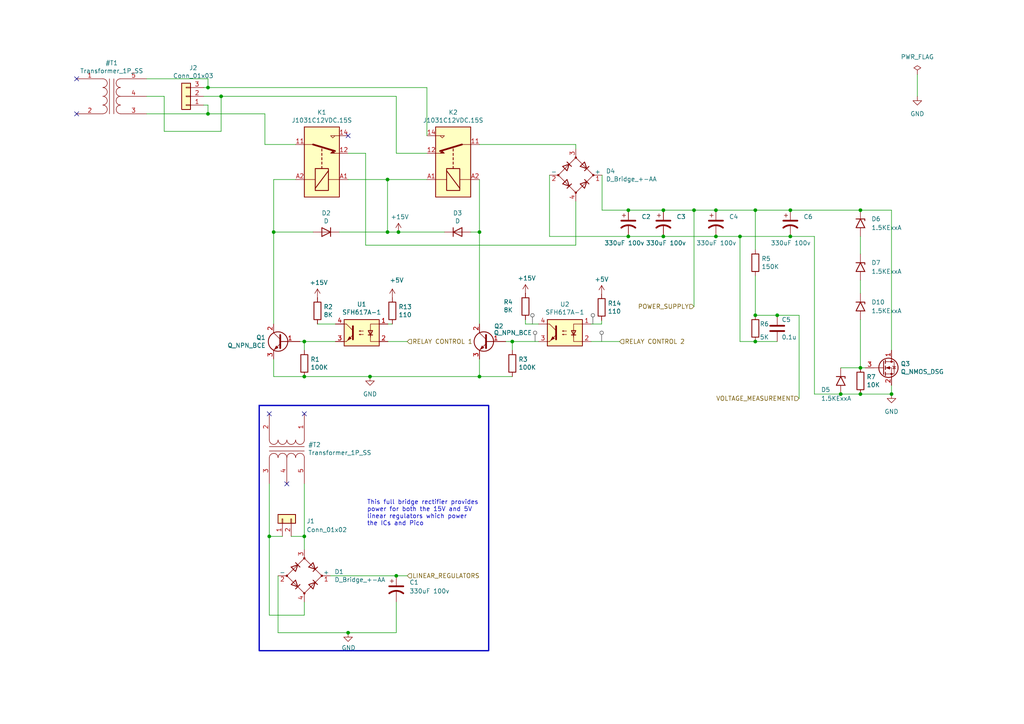
<source format=kicad_sch>
(kicad_sch
	(version 20231120)
	(generator "eeschema")
	(generator_version "8.0")
	(uuid "ed374878-6bc8-44ed-a8b9-4ce2f800e54b")
	(paper "A4")
	(title_block
		(title "Motor and IC Power Supplies")
	)
	(lib_symbols
		(symbol "Connector_Generic:Conn_01x02"
			(pin_names
				(offset 1.016) hide)
			(exclude_from_sim no)
			(in_bom yes)
			(on_board yes)
			(property "Reference" "J"
				(at 0 2.54 0)
				(effects
					(font
						(size 1.27 1.27)
					)
				)
			)
			(property "Value" "Conn_01x02"
				(at 0 -5.08 0)
				(effects
					(font
						(size 1.27 1.27)
					)
				)
			)
			(property "Footprint" ""
				(at 0 0 0)
				(effects
					(font
						(size 1.27 1.27)
					)
					(hide yes)
				)
			)
			(property "Datasheet" "~"
				(at 0 0 0)
				(effects
					(font
						(size 1.27 1.27)
					)
					(hide yes)
				)
			)
			(property "Description" "Generic connector, single row, 01x02, script generated (kicad-library-utils/schlib/autogen/connector/)"
				(at 0 0 0)
				(effects
					(font
						(size 1.27 1.27)
					)
					(hide yes)
				)
			)
			(property "ki_keywords" "connector"
				(at 0 0 0)
				(effects
					(font
						(size 1.27 1.27)
					)
					(hide yes)
				)
			)
			(property "ki_fp_filters" "Connector*:*_1x??_*"
				(at 0 0 0)
				(effects
					(font
						(size 1.27 1.27)
					)
					(hide yes)
				)
			)
			(symbol "Conn_01x02_1_1"
				(rectangle
					(start -1.27 -2.413)
					(end 0 -2.667)
					(stroke
						(width 0.1524)
						(type default)
					)
					(fill
						(type none)
					)
				)
				(rectangle
					(start -1.27 0.127)
					(end 0 -0.127)
					(stroke
						(width 0.1524)
						(type default)
					)
					(fill
						(type none)
					)
				)
				(rectangle
					(start -1.27 1.27)
					(end 1.27 -3.81)
					(stroke
						(width 0.254)
						(type default)
					)
					(fill
						(type background)
					)
				)
				(pin passive line
					(at -5.08 0 0)
					(length 3.81)
					(name "Pin_1"
						(effects
							(font
								(size 1.27 1.27)
							)
						)
					)
					(number "1"
						(effects
							(font
								(size 1.27 1.27)
							)
						)
					)
				)
				(pin passive line
					(at -5.08 -2.54 0)
					(length 3.81)
					(name "Pin_2"
						(effects
							(font
								(size 1.27 1.27)
							)
						)
					)
					(number "2"
						(effects
							(font
								(size 1.27 1.27)
							)
						)
					)
				)
			)
		)
		(symbol "Connector_Generic:Conn_01x03"
			(pin_names
				(offset 1.016) hide)
			(exclude_from_sim no)
			(in_bom yes)
			(on_board yes)
			(property "Reference" "J"
				(at 0 5.08 0)
				(effects
					(font
						(size 1.27 1.27)
					)
				)
			)
			(property "Value" "Conn_01x03"
				(at 0 -5.08 0)
				(effects
					(font
						(size 1.27 1.27)
					)
				)
			)
			(property "Footprint" ""
				(at 0 0 0)
				(effects
					(font
						(size 1.27 1.27)
					)
					(hide yes)
				)
			)
			(property "Datasheet" "~"
				(at 0 0 0)
				(effects
					(font
						(size 1.27 1.27)
					)
					(hide yes)
				)
			)
			(property "Description" "Generic connector, single row, 01x03, script generated (kicad-library-utils/schlib/autogen/connector/)"
				(at 0 0 0)
				(effects
					(font
						(size 1.27 1.27)
					)
					(hide yes)
				)
			)
			(property "ki_keywords" "connector"
				(at 0 0 0)
				(effects
					(font
						(size 1.27 1.27)
					)
					(hide yes)
				)
			)
			(property "ki_fp_filters" "Connector*:*_1x??_*"
				(at 0 0 0)
				(effects
					(font
						(size 1.27 1.27)
					)
					(hide yes)
				)
			)
			(symbol "Conn_01x03_1_1"
				(rectangle
					(start -1.27 -2.413)
					(end 0 -2.667)
					(stroke
						(width 0.1524)
						(type default)
					)
					(fill
						(type none)
					)
				)
				(rectangle
					(start -1.27 0.127)
					(end 0 -0.127)
					(stroke
						(width 0.1524)
						(type default)
					)
					(fill
						(type none)
					)
				)
				(rectangle
					(start -1.27 2.667)
					(end 0 2.413)
					(stroke
						(width 0.1524)
						(type default)
					)
					(fill
						(type none)
					)
				)
				(rectangle
					(start -1.27 3.81)
					(end 1.27 -3.81)
					(stroke
						(width 0.254)
						(type default)
					)
					(fill
						(type background)
					)
				)
				(pin passive line
					(at -5.08 2.54 0)
					(length 3.81)
					(name "Pin_1"
						(effects
							(font
								(size 1.27 1.27)
							)
						)
					)
					(number "1"
						(effects
							(font
								(size 1.27 1.27)
							)
						)
					)
				)
				(pin passive line
					(at -5.08 0 0)
					(length 3.81)
					(name "Pin_2"
						(effects
							(font
								(size 1.27 1.27)
							)
						)
					)
					(number "2"
						(effects
							(font
								(size 1.27 1.27)
							)
						)
					)
				)
				(pin passive line
					(at -5.08 -2.54 0)
					(length 3.81)
					(name "Pin_3"
						(effects
							(font
								(size 1.27 1.27)
							)
						)
					)
					(number "3"
						(effects
							(font
								(size 1.27 1.27)
							)
						)
					)
				)
			)
		)
		(symbol "D_Bridge_+-AA_1"
			(pin_names
				(offset 0)
			)
			(exclude_from_sim no)
			(in_bom yes)
			(on_board yes)
			(property "Reference" "D"
				(at 2.54 6.985 0)
				(effects
					(font
						(size 1.27 1.27)
					)
					(justify left)
				)
			)
			(property "Value" "D_Bridge_+-AA"
				(at 2.54 5.08 0)
				(effects
					(font
						(size 1.27 1.27)
					)
					(justify left)
				)
			)
			(property "Footprint" ""
				(at 0 0 0)
				(effects
					(font
						(size 1.27 1.27)
					)
					(hide yes)
				)
			)
			(property "Datasheet" "~"
				(at 0 0 0)
				(effects
					(font
						(size 1.27 1.27)
					)
					(hide yes)
				)
			)
			(property "Description" "Diode bridge, +ve/-ve/AC/AC"
				(at 0 0 0)
				(effects
					(font
						(size 1.27 1.27)
					)
					(hide yes)
				)
			)
			(property "ki_keywords" "rectifier ACDC"
				(at 0 0 0)
				(effects
					(font
						(size 1.27 1.27)
					)
					(hide yes)
				)
			)
			(property "ki_fp_filters" "D*Bridge* D*Rectifier*"
				(at 0 0 0)
				(effects
					(font
						(size 1.27 1.27)
					)
					(hide yes)
				)
			)
			(symbol "D_Bridge_+-AA_1_0_1"
				(circle
					(center -5.08 0)
					(radius 0.254)
					(stroke
						(width 0)
						(type default)
					)
					(fill
						(type outline)
					)
				)
				(circle
					(center 0 -5.08)
					(radius 0.254)
					(stroke
						(width 0)
						(type default)
					)
					(fill
						(type outline)
					)
				)
				(polyline
					(pts
						(xy -2.54 3.81) (xy -1.27 2.54)
					)
					(stroke
						(width 0.254)
						(type default)
					)
					(fill
						(type none)
					)
				)
				(polyline
					(pts
						(xy -1.27 -2.54) (xy -2.54 -3.81)
					)
					(stroke
						(width 0.254)
						(type default)
					)
					(fill
						(type none)
					)
				)
				(polyline
					(pts
						(xy 2.54 -1.27) (xy 3.81 -2.54)
					)
					(stroke
						(width 0.254)
						(type default)
					)
					(fill
						(type none)
					)
				)
				(polyline
					(pts
						(xy 2.54 1.27) (xy 3.81 2.54)
					)
					(stroke
						(width 0.254)
						(type default)
					)
					(fill
						(type none)
					)
				)
				(polyline
					(pts
						(xy -3.81 2.54) (xy -2.54 1.27) (xy -1.905 3.175) (xy -3.81 2.54)
					)
					(stroke
						(width 0.254)
						(type default)
					)
					(fill
						(type none)
					)
				)
				(polyline
					(pts
						(xy -2.54 -1.27) (xy -3.81 -2.54) (xy -1.905 -3.175) (xy -2.54 -1.27)
					)
					(stroke
						(width 0.254)
						(type default)
					)
					(fill
						(type none)
					)
				)
				(polyline
					(pts
						(xy 1.27 2.54) (xy 2.54 3.81) (xy 3.175 1.905) (xy 1.27 2.54)
					)
					(stroke
						(width 0.254)
						(type default)
					)
					(fill
						(type none)
					)
				)
				(polyline
					(pts
						(xy 3.175 -1.905) (xy 1.27 -2.54) (xy 2.54 -3.81) (xy 3.175 -1.905)
					)
					(stroke
						(width 0.254)
						(type default)
					)
					(fill
						(type none)
					)
				)
				(polyline
					(pts
						(xy -5.08 0) (xy 0 -5.08) (xy 5.08 0) (xy 0 5.08) (xy -5.08 0)
					)
					(stroke
						(width 0)
						(type default)
					)
					(fill
						(type none)
					)
				)
				(circle
					(center 0 5.08)
					(radius 0.254)
					(stroke
						(width 0)
						(type default)
					)
					(fill
						(type outline)
					)
				)
				(circle
					(center 5.08 0)
					(radius 0.254)
					(stroke
						(width 0)
						(type default)
					)
					(fill
						(type outline)
					)
				)
			)
			(symbol "D_Bridge_+-AA_1_1_1"
				(pin passive line
					(at 7.62 0 180)
					(length 2.54)
					(name "+"
						(effects
							(font
								(size 1.27 1.27)
							)
						)
					)
					(number "1"
						(effects
							(font
								(size 1.27 1.27)
							)
						)
					)
				)
				(pin passive line
					(at -7.62 0 0)
					(length 2.54)
					(name "-"
						(effects
							(font
								(size 1.27 1.27)
							)
						)
					)
					(number "2"
						(effects
							(font
								(size 1.27 1.27)
							)
						)
					)
				)
				(pin passive line
					(at 0 7.62 270)
					(length 2.54)
					(name "~"
						(effects
							(font
								(size 1.27 1.27)
							)
						)
					)
					(number "3"
						(effects
							(font
								(size 1.27 1.27)
							)
						)
					)
				)
				(pin passive line
					(at 0 -7.62 90)
					(length 2.54)
					(name "~"
						(effects
							(font
								(size 1.27 1.27)
							)
						)
					)
					(number "4"
						(effects
							(font
								(size 1.27 1.27)
							)
						)
					)
				)
			)
		)
		(symbol "Device:C"
			(pin_numbers hide)
			(pin_names
				(offset 0.254)
			)
			(exclude_from_sim no)
			(in_bom yes)
			(on_board yes)
			(property "Reference" "C"
				(at 0.635 2.54 0)
				(effects
					(font
						(size 1.27 1.27)
					)
					(justify left)
				)
			)
			(property "Value" "C"
				(at 0.635 -2.54 0)
				(effects
					(font
						(size 1.27 1.27)
					)
					(justify left)
				)
			)
			(property "Footprint" ""
				(at 0.9652 -3.81 0)
				(effects
					(font
						(size 1.27 1.27)
					)
					(hide yes)
				)
			)
			(property "Datasheet" "~"
				(at 0 0 0)
				(effects
					(font
						(size 1.27 1.27)
					)
					(hide yes)
				)
			)
			(property "Description" "Unpolarized capacitor"
				(at 0 0 0)
				(effects
					(font
						(size 1.27 1.27)
					)
					(hide yes)
				)
			)
			(property "ki_keywords" "cap capacitor"
				(at 0 0 0)
				(effects
					(font
						(size 1.27 1.27)
					)
					(hide yes)
				)
			)
			(property "ki_fp_filters" "C_*"
				(at 0 0 0)
				(effects
					(font
						(size 1.27 1.27)
					)
					(hide yes)
				)
			)
			(symbol "C_0_1"
				(polyline
					(pts
						(xy -2.032 -0.762) (xy 2.032 -0.762)
					)
					(stroke
						(width 0.508)
						(type default)
					)
					(fill
						(type none)
					)
				)
				(polyline
					(pts
						(xy -2.032 0.762) (xy 2.032 0.762)
					)
					(stroke
						(width 0.508)
						(type default)
					)
					(fill
						(type none)
					)
				)
			)
			(symbol "C_1_1"
				(pin passive line
					(at 0 3.81 270)
					(length 2.794)
					(name "~"
						(effects
							(font
								(size 1.27 1.27)
							)
						)
					)
					(number "1"
						(effects
							(font
								(size 1.27 1.27)
							)
						)
					)
				)
				(pin passive line
					(at 0 -3.81 90)
					(length 2.794)
					(name "~"
						(effects
							(font
								(size 1.27 1.27)
							)
						)
					)
					(number "2"
						(effects
							(font
								(size 1.27 1.27)
							)
						)
					)
				)
			)
		)
		(symbol "Device:C_Polarized_US"
			(pin_numbers hide)
			(pin_names
				(offset 0.254) hide)
			(exclude_from_sim no)
			(in_bom yes)
			(on_board yes)
			(property "Reference" "C"
				(at 0.635 2.54 0)
				(effects
					(font
						(size 1.27 1.27)
					)
					(justify left)
				)
			)
			(property "Value" "C_Polarized_US"
				(at 0.635 -2.54 0)
				(effects
					(font
						(size 1.27 1.27)
					)
					(justify left)
				)
			)
			(property "Footprint" ""
				(at 0 0 0)
				(effects
					(font
						(size 1.27 1.27)
					)
					(hide yes)
				)
			)
			(property "Datasheet" "~"
				(at 0 0 0)
				(effects
					(font
						(size 1.27 1.27)
					)
					(hide yes)
				)
			)
			(property "Description" "Polarized capacitor, US symbol"
				(at 0 0 0)
				(effects
					(font
						(size 1.27 1.27)
					)
					(hide yes)
				)
			)
			(property "ki_keywords" "cap capacitor"
				(at 0 0 0)
				(effects
					(font
						(size 1.27 1.27)
					)
					(hide yes)
				)
			)
			(property "ki_fp_filters" "CP_*"
				(at 0 0 0)
				(effects
					(font
						(size 1.27 1.27)
					)
					(hide yes)
				)
			)
			(symbol "C_Polarized_US_0_1"
				(polyline
					(pts
						(xy -2.032 0.762) (xy 2.032 0.762)
					)
					(stroke
						(width 0.508)
						(type default)
					)
					(fill
						(type none)
					)
				)
				(polyline
					(pts
						(xy -1.778 2.286) (xy -0.762 2.286)
					)
					(stroke
						(width 0)
						(type default)
					)
					(fill
						(type none)
					)
				)
				(polyline
					(pts
						(xy -1.27 1.778) (xy -1.27 2.794)
					)
					(stroke
						(width 0)
						(type default)
					)
					(fill
						(type none)
					)
				)
				(arc
					(start 2.032 -1.27)
					(mid 0 -0.5572)
					(end -2.032 -1.27)
					(stroke
						(width 0.508)
						(type default)
					)
					(fill
						(type none)
					)
				)
			)
			(symbol "C_Polarized_US_1_1"
				(pin passive line
					(at 0 3.81 270)
					(length 2.794)
					(name "~"
						(effects
							(font
								(size 1.27 1.27)
							)
						)
					)
					(number "1"
						(effects
							(font
								(size 1.27 1.27)
							)
						)
					)
				)
				(pin passive line
					(at 0 -3.81 90)
					(length 3.302)
					(name "~"
						(effects
							(font
								(size 1.27 1.27)
							)
						)
					)
					(number "2"
						(effects
							(font
								(size 1.27 1.27)
							)
						)
					)
				)
			)
		)
		(symbol "Device:D"
			(pin_numbers hide)
			(pin_names
				(offset 1.016) hide)
			(exclude_from_sim no)
			(in_bom yes)
			(on_board yes)
			(property "Reference" "D"
				(at 0 2.54 0)
				(effects
					(font
						(size 1.27 1.27)
					)
				)
			)
			(property "Value" "D"
				(at 0 -2.54 0)
				(effects
					(font
						(size 1.27 1.27)
					)
				)
			)
			(property "Footprint" ""
				(at 0 0 0)
				(effects
					(font
						(size 1.27 1.27)
					)
					(hide yes)
				)
			)
			(property "Datasheet" "~"
				(at 0 0 0)
				(effects
					(font
						(size 1.27 1.27)
					)
					(hide yes)
				)
			)
			(property "Description" "Diode"
				(at 0 0 0)
				(effects
					(font
						(size 1.27 1.27)
					)
					(hide yes)
				)
			)
			(property "Sim.Device" "D"
				(at 0 0 0)
				(effects
					(font
						(size 1.27 1.27)
					)
					(hide yes)
				)
			)
			(property "Sim.Pins" "1=K 2=A"
				(at 0 0 0)
				(effects
					(font
						(size 1.27 1.27)
					)
					(hide yes)
				)
			)
			(property "ki_keywords" "diode"
				(at 0 0 0)
				(effects
					(font
						(size 1.27 1.27)
					)
					(hide yes)
				)
			)
			(property "ki_fp_filters" "TO-???* *_Diode_* *SingleDiode* D_*"
				(at 0 0 0)
				(effects
					(font
						(size 1.27 1.27)
					)
					(hide yes)
				)
			)
			(symbol "D_0_1"
				(polyline
					(pts
						(xy -1.27 1.27) (xy -1.27 -1.27)
					)
					(stroke
						(width 0.254)
						(type default)
					)
					(fill
						(type none)
					)
				)
				(polyline
					(pts
						(xy 1.27 0) (xy -1.27 0)
					)
					(stroke
						(width 0)
						(type default)
					)
					(fill
						(type none)
					)
				)
				(polyline
					(pts
						(xy 1.27 1.27) (xy 1.27 -1.27) (xy -1.27 0) (xy 1.27 1.27)
					)
					(stroke
						(width 0.254)
						(type default)
					)
					(fill
						(type none)
					)
				)
			)
			(symbol "D_1_1"
				(pin passive line
					(at -3.81 0 0)
					(length 2.54)
					(name "K"
						(effects
							(font
								(size 1.27 1.27)
							)
						)
					)
					(number "1"
						(effects
							(font
								(size 1.27 1.27)
							)
						)
					)
				)
				(pin passive line
					(at 3.81 0 180)
					(length 2.54)
					(name "A"
						(effects
							(font
								(size 1.27 1.27)
							)
						)
					)
					(number "2"
						(effects
							(font
								(size 1.27 1.27)
							)
						)
					)
				)
			)
		)
		(symbol "Device:D_Bridge_+-AA"
			(pin_names
				(offset 0)
			)
			(exclude_from_sim no)
			(in_bom yes)
			(on_board yes)
			(property "Reference" "D"
				(at 2.54 6.985 0)
				(effects
					(font
						(size 1.27 1.27)
					)
					(justify left)
				)
			)
			(property "Value" "D_Bridge_+-AA"
				(at 2.54 5.08 0)
				(effects
					(font
						(size 1.27 1.27)
					)
					(justify left)
				)
			)
			(property "Footprint" ""
				(at 0 0 0)
				(effects
					(font
						(size 1.27 1.27)
					)
					(hide yes)
				)
			)
			(property "Datasheet" "~"
				(at 0 0 0)
				(effects
					(font
						(size 1.27 1.27)
					)
					(hide yes)
				)
			)
			(property "Description" "Diode bridge, +ve/-ve/AC/AC"
				(at 0 0 0)
				(effects
					(font
						(size 1.27 1.27)
					)
					(hide yes)
				)
			)
			(property "ki_keywords" "rectifier ACDC"
				(at 0 0 0)
				(effects
					(font
						(size 1.27 1.27)
					)
					(hide yes)
				)
			)
			(property "ki_fp_filters" "D*Bridge* D*Rectifier*"
				(at 0 0 0)
				(effects
					(font
						(size 1.27 1.27)
					)
					(hide yes)
				)
			)
			(symbol "D_Bridge_+-AA_0_1"
				(circle
					(center -5.08 0)
					(radius 0.254)
					(stroke
						(width 0)
						(type default)
					)
					(fill
						(type outline)
					)
				)
				(circle
					(center 0 -5.08)
					(radius 0.254)
					(stroke
						(width 0)
						(type default)
					)
					(fill
						(type outline)
					)
				)
				(polyline
					(pts
						(xy -2.54 3.81) (xy -1.27 2.54)
					)
					(stroke
						(width 0.254)
						(type default)
					)
					(fill
						(type none)
					)
				)
				(polyline
					(pts
						(xy -1.27 -2.54) (xy -2.54 -3.81)
					)
					(stroke
						(width 0.254)
						(type default)
					)
					(fill
						(type none)
					)
				)
				(polyline
					(pts
						(xy 2.54 -1.27) (xy 3.81 -2.54)
					)
					(stroke
						(width 0.254)
						(type default)
					)
					(fill
						(type none)
					)
				)
				(polyline
					(pts
						(xy 2.54 1.27) (xy 3.81 2.54)
					)
					(stroke
						(width 0.254)
						(type default)
					)
					(fill
						(type none)
					)
				)
				(polyline
					(pts
						(xy -3.81 2.54) (xy -2.54 1.27) (xy -1.905 3.175) (xy -3.81 2.54)
					)
					(stroke
						(width 0.254)
						(type default)
					)
					(fill
						(type none)
					)
				)
				(polyline
					(pts
						(xy -2.54 -1.27) (xy -3.81 -2.54) (xy -1.905 -3.175) (xy -2.54 -1.27)
					)
					(stroke
						(width 0.254)
						(type default)
					)
					(fill
						(type none)
					)
				)
				(polyline
					(pts
						(xy 1.27 2.54) (xy 2.54 3.81) (xy 3.175 1.905) (xy 1.27 2.54)
					)
					(stroke
						(width 0.254)
						(type default)
					)
					(fill
						(type none)
					)
				)
				(polyline
					(pts
						(xy 3.175 -1.905) (xy 1.27 -2.54) (xy 2.54 -3.81) (xy 3.175 -1.905)
					)
					(stroke
						(width 0.254)
						(type default)
					)
					(fill
						(type none)
					)
				)
				(polyline
					(pts
						(xy -5.08 0) (xy 0 -5.08) (xy 5.08 0) (xy 0 5.08) (xy -5.08 0)
					)
					(stroke
						(width 0)
						(type default)
					)
					(fill
						(type none)
					)
				)
				(circle
					(center 0 5.08)
					(radius 0.254)
					(stroke
						(width 0)
						(type default)
					)
					(fill
						(type outline)
					)
				)
				(circle
					(center 5.08 0)
					(radius 0.254)
					(stroke
						(width 0)
						(type default)
					)
					(fill
						(type outline)
					)
				)
			)
			(symbol "D_Bridge_+-AA_1_1"
				(pin passive line
					(at 7.62 0 180)
					(length 2.54)
					(name "+"
						(effects
							(font
								(size 1.27 1.27)
							)
						)
					)
					(number "1"
						(effects
							(font
								(size 1.27 1.27)
							)
						)
					)
				)
				(pin passive line
					(at -7.62 0 0)
					(length 2.54)
					(name "-"
						(effects
							(font
								(size 1.27 1.27)
							)
						)
					)
					(number "2"
						(effects
							(font
								(size 1.27 1.27)
							)
						)
					)
				)
				(pin passive line
					(at 0 7.62 270)
					(length 2.54)
					(name "~"
						(effects
							(font
								(size 1.27 1.27)
							)
						)
					)
					(number "3"
						(effects
							(font
								(size 1.27 1.27)
							)
						)
					)
				)
				(pin passive line
					(at 0 -7.62 90)
					(length 2.54)
					(name "~"
						(effects
							(font
								(size 1.27 1.27)
							)
						)
					)
					(number "4"
						(effects
							(font
								(size 1.27 1.27)
							)
						)
					)
				)
			)
		)
		(symbol "Device:Q_NMOS_DSG"
			(pin_names
				(offset 0) hide)
			(exclude_from_sim no)
			(in_bom yes)
			(on_board yes)
			(property "Reference" "Q"
				(at 5.08 1.27 0)
				(effects
					(font
						(size 1.27 1.27)
					)
					(justify left)
				)
			)
			(property "Value" "Q_NMOS_DSG"
				(at 5.08 -1.27 0)
				(effects
					(font
						(size 1.27 1.27)
					)
					(justify left)
				)
			)
			(property "Footprint" ""
				(at 5.08 2.54 0)
				(effects
					(font
						(size 1.27 1.27)
					)
					(hide yes)
				)
			)
			(property "Datasheet" "~"
				(at 0 0 0)
				(effects
					(font
						(size 1.27 1.27)
					)
					(hide yes)
				)
			)
			(property "Description" "N-MOSFET transistor, drain/source/gate"
				(at 0 0 0)
				(effects
					(font
						(size 1.27 1.27)
					)
					(hide yes)
				)
			)
			(property "ki_keywords" "transistor NMOS N-MOS N-MOSFET"
				(at 0 0 0)
				(effects
					(font
						(size 1.27 1.27)
					)
					(hide yes)
				)
			)
			(symbol "Q_NMOS_DSG_0_1"
				(polyline
					(pts
						(xy 0.254 0) (xy -2.54 0)
					)
					(stroke
						(width 0)
						(type default)
					)
					(fill
						(type none)
					)
				)
				(polyline
					(pts
						(xy 0.254 1.905) (xy 0.254 -1.905)
					)
					(stroke
						(width 0.254)
						(type default)
					)
					(fill
						(type none)
					)
				)
				(polyline
					(pts
						(xy 0.762 -1.27) (xy 0.762 -2.286)
					)
					(stroke
						(width 0.254)
						(type default)
					)
					(fill
						(type none)
					)
				)
				(polyline
					(pts
						(xy 0.762 0.508) (xy 0.762 -0.508)
					)
					(stroke
						(width 0.254)
						(type default)
					)
					(fill
						(type none)
					)
				)
				(polyline
					(pts
						(xy 0.762 2.286) (xy 0.762 1.27)
					)
					(stroke
						(width 0.254)
						(type default)
					)
					(fill
						(type none)
					)
				)
				(polyline
					(pts
						(xy 2.54 2.54) (xy 2.54 1.778)
					)
					(stroke
						(width 0)
						(type default)
					)
					(fill
						(type none)
					)
				)
				(polyline
					(pts
						(xy 2.54 -2.54) (xy 2.54 0) (xy 0.762 0)
					)
					(stroke
						(width 0)
						(type default)
					)
					(fill
						(type none)
					)
				)
				(polyline
					(pts
						(xy 0.762 -1.778) (xy 3.302 -1.778) (xy 3.302 1.778) (xy 0.762 1.778)
					)
					(stroke
						(width 0)
						(type default)
					)
					(fill
						(type none)
					)
				)
				(polyline
					(pts
						(xy 1.016 0) (xy 2.032 0.381) (xy 2.032 -0.381) (xy 1.016 0)
					)
					(stroke
						(width 0)
						(type default)
					)
					(fill
						(type outline)
					)
				)
				(polyline
					(pts
						(xy 2.794 0.508) (xy 2.921 0.381) (xy 3.683 0.381) (xy 3.81 0.254)
					)
					(stroke
						(width 0)
						(type default)
					)
					(fill
						(type none)
					)
				)
				(polyline
					(pts
						(xy 3.302 0.381) (xy 2.921 -0.254) (xy 3.683 -0.254) (xy 3.302 0.381)
					)
					(stroke
						(width 0)
						(type default)
					)
					(fill
						(type none)
					)
				)
				(circle
					(center 1.651 0)
					(radius 2.794)
					(stroke
						(width 0.254)
						(type default)
					)
					(fill
						(type none)
					)
				)
				(circle
					(center 2.54 -1.778)
					(radius 0.254)
					(stroke
						(width 0)
						(type default)
					)
					(fill
						(type outline)
					)
				)
				(circle
					(center 2.54 1.778)
					(radius 0.254)
					(stroke
						(width 0)
						(type default)
					)
					(fill
						(type outline)
					)
				)
			)
			(symbol "Q_NMOS_DSG_1_1"
				(pin passive line
					(at 2.54 5.08 270)
					(length 2.54)
					(name "D"
						(effects
							(font
								(size 1.27 1.27)
							)
						)
					)
					(number "1"
						(effects
							(font
								(size 1.27 1.27)
							)
						)
					)
				)
				(pin passive line
					(at 2.54 -5.08 90)
					(length 2.54)
					(name "S"
						(effects
							(font
								(size 1.27 1.27)
							)
						)
					)
					(number "2"
						(effects
							(font
								(size 1.27 1.27)
							)
						)
					)
				)
				(pin input line
					(at -5.08 0 0)
					(length 2.54)
					(name "G"
						(effects
							(font
								(size 1.27 1.27)
							)
						)
					)
					(number "3"
						(effects
							(font
								(size 1.27 1.27)
							)
						)
					)
				)
			)
		)
		(symbol "Device:Q_NPN_BCE"
			(pin_names
				(offset 0) hide)
			(exclude_from_sim no)
			(in_bom yes)
			(on_board yes)
			(property "Reference" "Q"
				(at 5.08 1.27 0)
				(effects
					(font
						(size 1.27 1.27)
					)
					(justify left)
				)
			)
			(property "Value" "Q_NPN_BCE"
				(at 5.08 -1.27 0)
				(effects
					(font
						(size 1.27 1.27)
					)
					(justify left)
				)
			)
			(property "Footprint" ""
				(at 5.08 2.54 0)
				(effects
					(font
						(size 1.27 1.27)
					)
					(hide yes)
				)
			)
			(property "Datasheet" "~"
				(at 0 0 0)
				(effects
					(font
						(size 1.27 1.27)
					)
					(hide yes)
				)
			)
			(property "Description" "NPN transistor, base/collector/emitter"
				(at 0 0 0)
				(effects
					(font
						(size 1.27 1.27)
					)
					(hide yes)
				)
			)
			(property "ki_keywords" "transistor NPN"
				(at 0 0 0)
				(effects
					(font
						(size 1.27 1.27)
					)
					(hide yes)
				)
			)
			(symbol "Q_NPN_BCE_0_1"
				(polyline
					(pts
						(xy 0.635 0.635) (xy 2.54 2.54)
					)
					(stroke
						(width 0)
						(type default)
					)
					(fill
						(type none)
					)
				)
				(polyline
					(pts
						(xy 0.635 -0.635) (xy 2.54 -2.54) (xy 2.54 -2.54)
					)
					(stroke
						(width 0)
						(type default)
					)
					(fill
						(type none)
					)
				)
				(polyline
					(pts
						(xy 0.635 1.905) (xy 0.635 -1.905) (xy 0.635 -1.905)
					)
					(stroke
						(width 0.508)
						(type default)
					)
					(fill
						(type none)
					)
				)
				(polyline
					(pts
						(xy 1.27 -1.778) (xy 1.778 -1.27) (xy 2.286 -2.286) (xy 1.27 -1.778) (xy 1.27 -1.778)
					)
					(stroke
						(width 0)
						(type default)
					)
					(fill
						(type outline)
					)
				)
				(circle
					(center 1.27 0)
					(radius 2.8194)
					(stroke
						(width 0.254)
						(type default)
					)
					(fill
						(type none)
					)
				)
			)
			(symbol "Q_NPN_BCE_1_1"
				(pin input line
					(at -5.08 0 0)
					(length 5.715)
					(name "B"
						(effects
							(font
								(size 1.27 1.27)
							)
						)
					)
					(number "1"
						(effects
							(font
								(size 1.27 1.27)
							)
						)
					)
				)
				(pin passive line
					(at 2.54 5.08 270)
					(length 2.54)
					(name "C"
						(effects
							(font
								(size 1.27 1.27)
							)
						)
					)
					(number "2"
						(effects
							(font
								(size 1.27 1.27)
							)
						)
					)
				)
				(pin passive line
					(at 2.54 -5.08 90)
					(length 2.54)
					(name "E"
						(effects
							(font
								(size 1.27 1.27)
							)
						)
					)
					(number "3"
						(effects
							(font
								(size 1.27 1.27)
							)
						)
					)
				)
			)
		)
		(symbol "Device:R"
			(pin_numbers hide)
			(pin_names
				(offset 0)
			)
			(exclude_from_sim no)
			(in_bom yes)
			(on_board yes)
			(property "Reference" "R"
				(at 2.032 0 90)
				(effects
					(font
						(size 1.27 1.27)
					)
				)
			)
			(property "Value" "R"
				(at 0 0 90)
				(effects
					(font
						(size 1.27 1.27)
					)
				)
			)
			(property "Footprint" ""
				(at -1.778 0 90)
				(effects
					(font
						(size 1.27 1.27)
					)
					(hide yes)
				)
			)
			(property "Datasheet" "~"
				(at 0 0 0)
				(effects
					(font
						(size 1.27 1.27)
					)
					(hide yes)
				)
			)
			(property "Description" "Resistor"
				(at 0 0 0)
				(effects
					(font
						(size 1.27 1.27)
					)
					(hide yes)
				)
			)
			(property "ki_keywords" "R res resistor"
				(at 0 0 0)
				(effects
					(font
						(size 1.27 1.27)
					)
					(hide yes)
				)
			)
			(property "ki_fp_filters" "R_*"
				(at 0 0 0)
				(effects
					(font
						(size 1.27 1.27)
					)
					(hide yes)
				)
			)
			(symbol "R_0_1"
				(rectangle
					(start -1.016 -2.54)
					(end 1.016 2.54)
					(stroke
						(width 0.254)
						(type default)
					)
					(fill
						(type none)
					)
				)
			)
			(symbol "R_1_1"
				(pin passive line
					(at 0 3.81 270)
					(length 1.27)
					(name "~"
						(effects
							(font
								(size 1.27 1.27)
							)
						)
					)
					(number "1"
						(effects
							(font
								(size 1.27 1.27)
							)
						)
					)
				)
				(pin passive line
					(at 0 -3.81 90)
					(length 1.27)
					(name "~"
						(effects
							(font
								(size 1.27 1.27)
							)
						)
					)
					(number "2"
						(effects
							(font
								(size 1.27 1.27)
							)
						)
					)
				)
			)
		)
		(symbol "Device:Transformer_1P_SS"
			(pin_names
				(offset 1.016) hide)
			(exclude_from_sim no)
			(in_bom yes)
			(on_board yes)
			(property "Reference" "T"
				(at 0 6.35 0)
				(effects
					(font
						(size 1.27 1.27)
					)
				)
			)
			(property "Value" "Transformer_1P_SS"
				(at 0 -7.62 0)
				(effects
					(font
						(size 1.27 1.27)
					)
				)
			)
			(property "Footprint" ""
				(at 0 0 0)
				(effects
					(font
						(size 1.27 1.27)
					)
					(hide yes)
				)
			)
			(property "Datasheet" "~"
				(at 0 0 0)
				(effects
					(font
						(size 1.27 1.27)
					)
					(hide yes)
				)
			)
			(property "Description" "Transformer, single primary, split secondary"
				(at 0 0 0)
				(effects
					(font
						(size 1.27 1.27)
					)
					(hide yes)
				)
			)
			(property "ki_keywords" "transformer coil magnet"
				(at 0 0 0)
				(effects
					(font
						(size 1.27 1.27)
					)
					(hide yes)
				)
			)
			(symbol "Transformer_1P_SS_0_1"
				(arc
					(start -2.54 -5.0546)
					(mid -1.6599 -4.6901)
					(end -1.27 -3.81)
					(stroke
						(width 0)
						(type default)
					)
					(fill
						(type none)
					)
				)
				(arc
					(start -2.54 -2.5146)
					(mid -1.6599 -2.1501)
					(end -1.27 -1.27)
					(stroke
						(width 0)
						(type default)
					)
					(fill
						(type none)
					)
				)
				(arc
					(start -2.54 0.0254)
					(mid -1.6599 0.3899)
					(end -1.27 1.27)
					(stroke
						(width 0)
						(type default)
					)
					(fill
						(type none)
					)
				)
				(arc
					(start -2.54 2.5654)
					(mid -1.6599 2.9299)
					(end -1.27 3.81)
					(stroke
						(width 0)
						(type default)
					)
					(fill
						(type none)
					)
				)
				(arc
					(start -1.27 -3.81)
					(mid -1.642 -2.912)
					(end -2.54 -2.54)
					(stroke
						(width 0)
						(type default)
					)
					(fill
						(type none)
					)
				)
				(arc
					(start -1.27 -1.27)
					(mid -1.642 -0.372)
					(end -2.54 0)
					(stroke
						(width 0)
						(type default)
					)
					(fill
						(type none)
					)
				)
				(arc
					(start -1.27 1.27)
					(mid -1.642 2.168)
					(end -2.54 2.54)
					(stroke
						(width 0)
						(type default)
					)
					(fill
						(type none)
					)
				)
				(arc
					(start -1.27 3.81)
					(mid -1.642 4.708)
					(end -2.54 5.08)
					(stroke
						(width 0)
						(type default)
					)
					(fill
						(type none)
					)
				)
				(polyline
					(pts
						(xy -0.635 5.08) (xy -0.635 -5.08)
					)
					(stroke
						(width 0)
						(type default)
					)
					(fill
						(type none)
					)
				)
				(polyline
					(pts
						(xy 0.635 -5.08) (xy 0.635 5.08)
					)
					(stroke
						(width 0)
						(type default)
					)
					(fill
						(type none)
					)
				)
				(arc
					(start 1.2954 -1.27)
					(mid 1.6599 -2.1501)
					(end 2.54 -2.5146)
					(stroke
						(width 0)
						(type default)
					)
					(fill
						(type none)
					)
				)
				(arc
					(start 1.2954 1.27)
					(mid 1.6599 0.3899)
					(end 2.54 0.0254)
					(stroke
						(width 0)
						(type default)
					)
					(fill
						(type none)
					)
				)
				(arc
					(start 1.2954 3.81)
					(mid 1.6599 2.9299)
					(end 2.54 2.5654)
					(stroke
						(width 0)
						(type default)
					)
					(fill
						(type none)
					)
				)
				(arc
					(start 1.3208 -3.81)
					(mid 1.6853 -4.6901)
					(end 2.5654 -5.0546)
					(stroke
						(width 0)
						(type default)
					)
					(fill
						(type none)
					)
				)
				(arc
					(start 2.54 0)
					(mid 1.642 -0.372)
					(end 1.2954 -1.27)
					(stroke
						(width 0)
						(type default)
					)
					(fill
						(type none)
					)
				)
				(arc
					(start 2.54 2.54)
					(mid 1.642 2.168)
					(end 1.2954 1.27)
					(stroke
						(width 0)
						(type default)
					)
					(fill
						(type none)
					)
				)
				(arc
					(start 2.54 5.08)
					(mid 1.642 4.708)
					(end 1.2954 3.81)
					(stroke
						(width 0)
						(type default)
					)
					(fill
						(type none)
					)
				)
				(arc
					(start 2.5654 -2.54)
					(mid 1.6674 -2.912)
					(end 1.3208 -3.81)
					(stroke
						(width 0)
						(type default)
					)
					(fill
						(type none)
					)
				)
			)
			(symbol "Transformer_1P_SS_1_1"
				(pin passive line
					(at -10.16 5.08 0)
					(length 7.62)
					(name "AA"
						(effects
							(font
								(size 1.27 1.27)
							)
						)
					)
					(number "1"
						(effects
							(font
								(size 1.27 1.27)
							)
						)
					)
				)
				(pin passive line
					(at -10.16 -5.08 0)
					(length 7.62)
					(name "AB"
						(effects
							(font
								(size 1.27 1.27)
							)
						)
					)
					(number "2"
						(effects
							(font
								(size 1.27 1.27)
							)
						)
					)
				)
				(pin passive line
					(at 10.16 -5.08 180)
					(length 7.62)
					(name "SA"
						(effects
							(font
								(size 1.27 1.27)
							)
						)
					)
					(number "3"
						(effects
							(font
								(size 1.27 1.27)
							)
						)
					)
				)
				(pin passive line
					(at 10.16 0 180)
					(length 7.62)
					(name "SC"
						(effects
							(font
								(size 1.27 1.27)
							)
						)
					)
					(number "4"
						(effects
							(font
								(size 1.27 1.27)
							)
						)
					)
				)
				(pin passive line
					(at 10.16 5.08 180)
					(length 7.62)
					(name "SB"
						(effects
							(font
								(size 1.27 1.27)
							)
						)
					)
					(number "5"
						(effects
							(font
								(size 1.27 1.27)
							)
						)
					)
				)
			)
		)
		(symbol "Diode:1.5KExxA"
			(pin_numbers hide)
			(pin_names
				(offset 1.016) hide)
			(exclude_from_sim no)
			(in_bom yes)
			(on_board yes)
			(property "Reference" "D"
				(at 0 2.54 0)
				(effects
					(font
						(size 1.27 1.27)
					)
				)
			)
			(property "Value" "1.5KExxA"
				(at 0 -2.54 0)
				(effects
					(font
						(size 1.27 1.27)
					)
				)
			)
			(property "Footprint" "Diode_THT:D_DO-201AE_P15.24mm_Horizontal"
				(at 0 -5.08 0)
				(effects
					(font
						(size 1.27 1.27)
					)
					(hide yes)
				)
			)
			(property "Datasheet" "https://www.vishay.com/docs/88301/15ke.pdf"
				(at -1.27 0 0)
				(effects
					(font
						(size 1.27 1.27)
					)
					(hide yes)
				)
			)
			(property "Description" "1500W unidirectional TRANSZORB® Transient Voltage Suppressor, DO-201AE"
				(at 0 0 0)
				(effects
					(font
						(size 1.27 1.27)
					)
					(hide yes)
				)
			)
			(property "ki_keywords" "diode TVS voltage suppressor"
				(at 0 0 0)
				(effects
					(font
						(size 1.27 1.27)
					)
					(hide yes)
				)
			)
			(property "ki_fp_filters" "D?DO?201AE*"
				(at 0 0 0)
				(effects
					(font
						(size 1.27 1.27)
					)
					(hide yes)
				)
			)
			(symbol "1.5KExxA_0_1"
				(polyline
					(pts
						(xy -0.762 1.27) (xy -1.27 1.27) (xy -1.27 -1.27)
					)
					(stroke
						(width 0.254)
						(type default)
					)
					(fill
						(type none)
					)
				)
				(polyline
					(pts
						(xy 1.27 1.27) (xy 1.27 -1.27) (xy -1.27 0) (xy 1.27 1.27)
					)
					(stroke
						(width 0.254)
						(type default)
					)
					(fill
						(type none)
					)
				)
			)
			(symbol "1.5KExxA_1_1"
				(pin passive line
					(at -3.81 0 0)
					(length 2.54)
					(name "A1"
						(effects
							(font
								(size 1.27 1.27)
							)
						)
					)
					(number "1"
						(effects
							(font
								(size 1.27 1.27)
							)
						)
					)
				)
				(pin passive line
					(at 3.81 0 180)
					(length 2.54)
					(name "A2"
						(effects
							(font
								(size 1.27 1.27)
							)
						)
					)
					(number "2"
						(effects
							(font
								(size 1.27 1.27)
							)
						)
					)
				)
			)
		)
		(symbol "Isolator:SFH617A-1"
			(pin_names
				(offset 1.016)
			)
			(exclude_from_sim no)
			(in_bom yes)
			(on_board yes)
			(property "Reference" "U"
				(at -5.08 5.08 0)
				(effects
					(font
						(size 1.27 1.27)
					)
					(justify left)
				)
			)
			(property "Value" "SFH617A-1"
				(at 0 5.08 0)
				(effects
					(font
						(size 1.27 1.27)
					)
					(justify left)
				)
			)
			(property "Footprint" "Package_DIP:DIP-4_W7.62mm"
				(at -5.08 -5.08 0)
				(effects
					(font
						(size 1.27 1.27)
						(italic yes)
					)
					(justify left)
					(hide yes)
				)
			)
			(property "Datasheet" "http://www.vishay.com/docs/83740/sfh617a.pdf"
				(at 0 0 0)
				(effects
					(font
						(size 1.27 1.27)
					)
					(justify left)
					(hide yes)
				)
			)
			(property "Description" "Optocoupler, Phototransistor Output, 5300 VRMS, VCEO 70V, CTR% 40-80, -55 to +110 degree Celsius, UL, BSI, FIMKO, cUL, THT PDIP-4"
				(at 0 0 0)
				(effects
					(font
						(size 1.27 1.27)
					)
					(hide yes)
				)
			)
			(property "ki_keywords" "Optocoupler, Phototransistor Output, 5300 VRMS, VCEO 70V, CTR% 40-80"
				(at 0 0 0)
				(effects
					(font
						(size 1.27 1.27)
					)
					(hide yes)
				)
			)
			(property "ki_fp_filters" "DIP*W7.62mm*"
				(at 0 0 0)
				(effects
					(font
						(size 1.27 1.27)
					)
					(hide yes)
				)
			)
			(symbol "SFH617A-1_0_1"
				(rectangle
					(start -5.08 3.81)
					(end 5.08 -3.81)
					(stroke
						(width 0.254)
						(type default)
					)
					(fill
						(type background)
					)
				)
				(polyline
					(pts
						(xy -3.175 -0.635) (xy -1.905 -0.635)
					)
					(stroke
						(width 0.254)
						(type default)
					)
					(fill
						(type none)
					)
				)
				(polyline
					(pts
						(xy 2.54 0.635) (xy 4.445 2.54)
					)
					(stroke
						(width 0)
						(type default)
					)
					(fill
						(type none)
					)
				)
				(polyline
					(pts
						(xy 4.445 -2.54) (xy 2.54 -0.635)
					)
					(stroke
						(width 0)
						(type default)
					)
					(fill
						(type outline)
					)
				)
				(polyline
					(pts
						(xy 4.445 -2.54) (xy 5.08 -2.54)
					)
					(stroke
						(width 0)
						(type default)
					)
					(fill
						(type none)
					)
				)
				(polyline
					(pts
						(xy 4.445 2.54) (xy 5.08 2.54)
					)
					(stroke
						(width 0)
						(type default)
					)
					(fill
						(type none)
					)
				)
				(polyline
					(pts
						(xy -2.54 -0.635) (xy -2.54 -2.54) (xy -5.08 -2.54)
					)
					(stroke
						(width 0)
						(type default)
					)
					(fill
						(type none)
					)
				)
				(polyline
					(pts
						(xy 2.54 1.905) (xy 2.54 -1.905) (xy 2.54 -1.905)
					)
					(stroke
						(width 0.508)
						(type default)
					)
					(fill
						(type none)
					)
				)
				(polyline
					(pts
						(xy -5.08 2.54) (xy -2.54 2.54) (xy -2.54 -1.27) (xy -2.54 0.635)
					)
					(stroke
						(width 0)
						(type default)
					)
					(fill
						(type none)
					)
				)
				(polyline
					(pts
						(xy -2.54 -0.635) (xy -3.175 0.635) (xy -1.905 0.635) (xy -2.54 -0.635)
					)
					(stroke
						(width 0.254)
						(type default)
					)
					(fill
						(type none)
					)
				)
				(polyline
					(pts
						(xy -0.508 -0.508) (xy 0.762 -0.508) (xy 0.381 -0.635) (xy 0.381 -0.381) (xy 0.762 -0.508)
					)
					(stroke
						(width 0)
						(type default)
					)
					(fill
						(type none)
					)
				)
				(polyline
					(pts
						(xy -0.508 0.508) (xy 0.762 0.508) (xy 0.381 0.381) (xy 0.381 0.635) (xy 0.762 0.508)
					)
					(stroke
						(width 0)
						(type default)
					)
					(fill
						(type none)
					)
				)
				(polyline
					(pts
						(xy 3.048 -1.651) (xy 3.556 -1.143) (xy 4.064 -2.159) (xy 3.048 -1.651) (xy 3.048 -1.651)
					)
					(stroke
						(width 0)
						(type default)
					)
					(fill
						(type outline)
					)
				)
			)
			(symbol "SFH617A-1_1_1"
				(pin passive line
					(at -7.62 2.54 0)
					(length 2.54)
					(name "~"
						(effects
							(font
								(size 1.27 1.27)
							)
						)
					)
					(number "1"
						(effects
							(font
								(size 1.27 1.27)
							)
						)
					)
				)
				(pin passive line
					(at -7.62 -2.54 0)
					(length 2.54)
					(name "~"
						(effects
							(font
								(size 1.27 1.27)
							)
						)
					)
					(number "2"
						(effects
							(font
								(size 1.27 1.27)
							)
						)
					)
				)
				(pin passive line
					(at 7.62 -2.54 180)
					(length 2.54)
					(name "~"
						(effects
							(font
								(size 1.27 1.27)
							)
						)
					)
					(number "3"
						(effects
							(font
								(size 1.27 1.27)
							)
						)
					)
				)
				(pin passive line
					(at 7.62 2.54 180)
					(length 2.54)
					(name "~"
						(effects
							(font
								(size 1.27 1.27)
							)
						)
					)
					(number "4"
						(effects
							(font
								(size 1.27 1.27)
							)
						)
					)
				)
			)
		)
		(symbol "Relay:RT314A03"
			(exclude_from_sim no)
			(in_bom yes)
			(on_board yes)
			(property "Reference" "K"
				(at 11.43 3.81 0)
				(effects
					(font
						(size 1.27 1.27)
					)
					(justify left)
				)
			)
			(property "Value" "RT314A03"
				(at 11.43 1.27 0)
				(effects
					(font
						(size 1.27 1.27)
					)
					(justify left)
				)
			)
			(property "Footprint" "Relay_THT:Relay_SPDT_Schrack-RT1-16A-FormC_RM5mm"
				(at 39.37 -1.27 0)
				(effects
					(font
						(size 1.27 1.27)
					)
					(hide yes)
				)
			)
			(property "Datasheet" "https://www.te.com/commerce/DocumentDelivery/DDEController?Action=srchrtrv&DocNm=RT1_bistable&DocType=DS&DocLang=English"
				(at 0 0 0)
				(effects
					(font
						(size 1.27 1.27)
					)
					(hide yes)
				)
			)
			(property "Description" "Schrack RT1 relay, bistable single pole dual throw, single DC coil, 3V"
				(at 0 0 0)
				(effects
					(font
						(size 1.27 1.27)
					)
					(hide yes)
				)
			)
			(property "ki_keywords" "TE SPDT 1P2T CO bistable DC"
				(at 0 0 0)
				(effects
					(font
						(size 1.27 1.27)
					)
					(hide yes)
				)
			)
			(property "ki_fp_filters" "Relay*SPDT*Schrack*RT1*16A*FormC*RM5mm*"
				(at 0 0 0)
				(effects
					(font
						(size 1.27 1.27)
					)
					(hide yes)
				)
			)
			(symbol "RT314A03_0_0"
				(polyline
					(pts
						(xy -2.54 1.905) (xy -7.62 -1.905)
					)
					(stroke
						(width 0.254)
						(type default)
					)
					(fill
						(type none)
					)
				)
			)
			(symbol "RT314A03_0_1"
				(rectangle
					(start -10.16 5.08)
					(end 10.16 -5.08)
					(stroke
						(width 0.254)
						(type default)
					)
					(fill
						(type background)
					)
				)
				(rectangle
					(start -8.255 1.905)
					(end -1.905 -1.905)
					(stroke
						(width 0.254)
						(type default)
					)
					(fill
						(type none)
					)
				)
				(polyline
					(pts
						(xy -5.08 -5.08) (xy -5.08 -1.905)
					)
					(stroke
						(width 0)
						(type default)
					)
					(fill
						(type none)
					)
				)
				(polyline
					(pts
						(xy -5.08 5.08) (xy -5.08 1.905)
					)
					(stroke
						(width 0)
						(type default)
					)
					(fill
						(type none)
					)
				)
				(polyline
					(pts
						(xy -1.905 0) (xy -1.27 0)
					)
					(stroke
						(width 0.254)
						(type default)
					)
					(fill
						(type none)
					)
				)
				(polyline
					(pts
						(xy -0.635 0) (xy 0 0)
					)
					(stroke
						(width 0.254)
						(type default)
					)
					(fill
						(type none)
					)
				)
				(polyline
					(pts
						(xy 0.635 0) (xy 1.27 0)
					)
					(stroke
						(width 0.254)
						(type default)
					)
					(fill
						(type none)
					)
				)
				(polyline
					(pts
						(xy 1.905 0) (xy 2.54 0)
					)
					(stroke
						(width 0.254)
						(type default)
					)
					(fill
						(type none)
					)
				)
				(polyline
					(pts
						(xy 3.175 0) (xy 3.81 0)
					)
					(stroke
						(width 0.254)
						(type default)
					)
					(fill
						(type none)
					)
				)
				(polyline
					(pts
						(xy 5.08 -2.54) (xy 3.175 3.81)
					)
					(stroke
						(width 0.508)
						(type default)
					)
					(fill
						(type none)
					)
				)
				(polyline
					(pts
						(xy 5.08 -2.54) (xy 5.08 -5.08)
					)
					(stroke
						(width 0)
						(type default)
					)
					(fill
						(type none)
					)
				)
				(polyline
					(pts
						(xy 2.54 5.08) (xy 2.54 2.54) (xy 3.175 3.175) (xy 2.54 3.81)
					)
					(stroke
						(width 0)
						(type default)
					)
					(fill
						(type outline)
					)
				)
				(polyline
					(pts
						(xy 7.62 5.08) (xy 7.62 2.54) (xy 6.985 3.175) (xy 7.62 3.81)
					)
					(stroke
						(width 0)
						(type default)
					)
					(fill
						(type none)
					)
				)
			)
			(symbol "RT314A03_1_1"
				(pin passive line
					(at 5.08 -7.62 90)
					(length 2.54)
					(name "~"
						(effects
							(font
								(size 1.27 1.27)
							)
						)
					)
					(number "11"
						(effects
							(font
								(size 1.27 1.27)
							)
						)
					)
				)
				(pin passive line
					(at 2.54 7.62 270)
					(length 2.54)
					(name "~"
						(effects
							(font
								(size 1.27 1.27)
							)
						)
					)
					(number "12"
						(effects
							(font
								(size 1.27 1.27)
							)
						)
					)
				)
				(pin passive line
					(at 7.62 7.62 270)
					(length 2.54)
					(name "~"
						(effects
							(font
								(size 1.27 1.27)
							)
						)
					)
					(number "14"
						(effects
							(font
								(size 1.27 1.27)
							)
						)
					)
				)
				(pin passive line
					(at -5.08 7.62 270)
					(length 2.54)
					(name "~"
						(effects
							(font
								(size 1.27 1.27)
							)
						)
					)
					(number "A1"
						(effects
							(font
								(size 1.27 1.27)
							)
						)
					)
				)
				(pin passive line
					(at -5.08 -7.62 90)
					(length 2.54)
					(name "~"
						(effects
							(font
								(size 1.27 1.27)
							)
						)
					)
					(number "A2"
						(effects
							(font
								(size 1.27 1.27)
							)
						)
					)
				)
			)
		)
		(symbol "power:+15V"
			(power)
			(pin_numbers hide)
			(pin_names
				(offset 0) hide)
			(exclude_from_sim no)
			(in_bom yes)
			(on_board yes)
			(property "Reference" "#PWR"
				(at 0 -3.81 0)
				(effects
					(font
						(size 1.27 1.27)
					)
					(hide yes)
				)
			)
			(property "Value" "+15V"
				(at 0 3.556 0)
				(effects
					(font
						(size 1.27 1.27)
					)
				)
			)
			(property "Footprint" ""
				(at 0 0 0)
				(effects
					(font
						(size 1.27 1.27)
					)
					(hide yes)
				)
			)
			(property "Datasheet" ""
				(at 0 0 0)
				(effects
					(font
						(size 1.27 1.27)
					)
					(hide yes)
				)
			)
			(property "Description" "Power symbol creates a global label with name \"+15V\""
				(at 0 0 0)
				(effects
					(font
						(size 1.27 1.27)
					)
					(hide yes)
				)
			)
			(property "ki_keywords" "global power"
				(at 0 0 0)
				(effects
					(font
						(size 1.27 1.27)
					)
					(hide yes)
				)
			)
			(symbol "+15V_0_1"
				(polyline
					(pts
						(xy -0.762 1.27) (xy 0 2.54)
					)
					(stroke
						(width 0)
						(type default)
					)
					(fill
						(type none)
					)
				)
				(polyline
					(pts
						(xy 0 0) (xy 0 2.54)
					)
					(stroke
						(width 0)
						(type default)
					)
					(fill
						(type none)
					)
				)
				(polyline
					(pts
						(xy 0 2.54) (xy 0.762 1.27)
					)
					(stroke
						(width 0)
						(type default)
					)
					(fill
						(type none)
					)
				)
			)
			(symbol "+15V_1_1"
				(pin power_in line
					(at 0 0 90)
					(length 0)
					(name "~"
						(effects
							(font
								(size 1.27 1.27)
							)
						)
					)
					(number "1"
						(effects
							(font
								(size 1.27 1.27)
							)
						)
					)
				)
			)
		)
		(symbol "power:+5V"
			(power)
			(pin_numbers hide)
			(pin_names
				(offset 0) hide)
			(exclude_from_sim no)
			(in_bom yes)
			(on_board yes)
			(property "Reference" "#PWR"
				(at 0 -3.81 0)
				(effects
					(font
						(size 1.27 1.27)
					)
					(hide yes)
				)
			)
			(property "Value" "+5V"
				(at 0 3.556 0)
				(effects
					(font
						(size 1.27 1.27)
					)
				)
			)
			(property "Footprint" ""
				(at 0 0 0)
				(effects
					(font
						(size 1.27 1.27)
					)
					(hide yes)
				)
			)
			(property "Datasheet" ""
				(at 0 0 0)
				(effects
					(font
						(size 1.27 1.27)
					)
					(hide yes)
				)
			)
			(property "Description" "Power symbol creates a global label with name \"+5V\""
				(at 0 0 0)
				(effects
					(font
						(size 1.27 1.27)
					)
					(hide yes)
				)
			)
			(property "ki_keywords" "global power"
				(at 0 0 0)
				(effects
					(font
						(size 1.27 1.27)
					)
					(hide yes)
				)
			)
			(symbol "+5V_0_1"
				(polyline
					(pts
						(xy -0.762 1.27) (xy 0 2.54)
					)
					(stroke
						(width 0)
						(type default)
					)
					(fill
						(type none)
					)
				)
				(polyline
					(pts
						(xy 0 0) (xy 0 2.54)
					)
					(stroke
						(width 0)
						(type default)
					)
					(fill
						(type none)
					)
				)
				(polyline
					(pts
						(xy 0 2.54) (xy 0.762 1.27)
					)
					(stroke
						(width 0)
						(type default)
					)
					(fill
						(type none)
					)
				)
			)
			(symbol "+5V_1_1"
				(pin power_in line
					(at 0 0 90)
					(length 0)
					(name "~"
						(effects
							(font
								(size 1.27 1.27)
							)
						)
					)
					(number "1"
						(effects
							(font
								(size 1.27 1.27)
							)
						)
					)
				)
			)
		)
		(symbol "power:GND"
			(power)
			(pin_numbers hide)
			(pin_names
				(offset 0) hide)
			(exclude_from_sim no)
			(in_bom yes)
			(on_board yes)
			(property "Reference" "#PWR"
				(at 0 -6.35 0)
				(effects
					(font
						(size 1.27 1.27)
					)
					(hide yes)
				)
			)
			(property "Value" "GND"
				(at 0 -3.81 0)
				(effects
					(font
						(size 1.27 1.27)
					)
				)
			)
			(property "Footprint" ""
				(at 0 0 0)
				(effects
					(font
						(size 1.27 1.27)
					)
					(hide yes)
				)
			)
			(property "Datasheet" ""
				(at 0 0 0)
				(effects
					(font
						(size 1.27 1.27)
					)
					(hide yes)
				)
			)
			(property "Description" "Power symbol creates a global label with name \"GND\" , ground"
				(at 0 0 0)
				(effects
					(font
						(size 1.27 1.27)
					)
					(hide yes)
				)
			)
			(property "ki_keywords" "global power"
				(at 0 0 0)
				(effects
					(font
						(size 1.27 1.27)
					)
					(hide yes)
				)
			)
			(symbol "GND_0_1"
				(polyline
					(pts
						(xy 0 0) (xy 0 -1.27) (xy 1.27 -1.27) (xy 0 -2.54) (xy -1.27 -1.27) (xy 0 -1.27)
					)
					(stroke
						(width 0)
						(type default)
					)
					(fill
						(type none)
					)
				)
			)
			(symbol "GND_1_1"
				(pin power_in line
					(at 0 0 270)
					(length 0)
					(name "~"
						(effects
							(font
								(size 1.27 1.27)
							)
						)
					)
					(number "1"
						(effects
							(font
								(size 1.27 1.27)
							)
						)
					)
				)
			)
		)
		(symbol "power:PWR_FLAG"
			(power)
			(pin_numbers hide)
			(pin_names
				(offset 0) hide)
			(exclude_from_sim no)
			(in_bom yes)
			(on_board yes)
			(property "Reference" "#FLG"
				(at 0 1.905 0)
				(effects
					(font
						(size 1.27 1.27)
					)
					(hide yes)
				)
			)
			(property "Value" "PWR_FLAG"
				(at 0 3.81 0)
				(effects
					(font
						(size 1.27 1.27)
					)
				)
			)
			(property "Footprint" ""
				(at 0 0 0)
				(effects
					(font
						(size 1.27 1.27)
					)
					(hide yes)
				)
			)
			(property "Datasheet" "~"
				(at 0 0 0)
				(effects
					(font
						(size 1.27 1.27)
					)
					(hide yes)
				)
			)
			(property "Description" "Special symbol for telling ERC where power comes from"
				(at 0 0 0)
				(effects
					(font
						(size 1.27 1.27)
					)
					(hide yes)
				)
			)
			(property "ki_keywords" "flag power"
				(at 0 0 0)
				(effects
					(font
						(size 1.27 1.27)
					)
					(hide yes)
				)
			)
			(symbol "PWR_FLAG_0_0"
				(pin power_out line
					(at 0 0 90)
					(length 0)
					(name "~"
						(effects
							(font
								(size 1.27 1.27)
							)
						)
					)
					(number "1"
						(effects
							(font
								(size 1.27 1.27)
							)
						)
					)
				)
			)
			(symbol "PWR_FLAG_0_1"
				(polyline
					(pts
						(xy 0 0) (xy 0 1.27) (xy -1.016 1.905) (xy 0 2.54) (xy 1.016 1.905) (xy 0 1.27)
					)
					(stroke
						(width 0)
						(type default)
					)
					(fill
						(type none)
					)
				)
			)
		)
	)
	(junction
		(at 229.235 68.58)
		(diameter 0)
		(color 0 0 0 0)
		(uuid "09efa052-b9a1-49a0-900f-1047630706ae")
	)
	(junction
		(at 64.135 27.94)
		(diameter 0)
		(color 0 0 0 0)
		(uuid "0d9cabef-00ac-4471-965a-6ab33c146629")
	)
	(junction
		(at 139.065 67.31)
		(diameter 0)
		(color 0 0 0 0)
		(uuid "104fd174-5917-4a11-9b60-beba7508c3e2")
	)
	(junction
		(at 249.555 106.68)
		(diameter 0)
		(color 0 0 0 0)
		(uuid "16c44225-0c73-4987-8df1-dbc771f4c47d")
	)
	(junction
		(at 219.075 91.44)
		(diameter 0)
		(color 0 0 0 0)
		(uuid "16ce416d-8950-4f2d-b9e4-d13745319dc0")
	)
	(junction
		(at 219.075 99.06)
		(diameter 0)
		(color 0 0 0 0)
		(uuid "206e6fa7-85fc-4f90-95e4-2de4c9d243f7")
	)
	(junction
		(at 192.405 60.96)
		(diameter 0)
		(color 0 0 0 0)
		(uuid "29dd868f-0216-44de-b8ed-c21899debde8")
	)
	(junction
		(at 225.425 91.44)
		(diameter 0)
		(color 0 0 0 0)
		(uuid "2bd959e1-c34a-4c1c-adc3-39ba9020c9d9")
	)
	(junction
		(at 182.245 68.58)
		(diameter 0)
		(color 0 0 0 0)
		(uuid "317e6110-8990-44a7-a206-ef3dac77e65d")
	)
	(junction
		(at 192.405 68.58)
		(diameter 0)
		(color 0 0 0 0)
		(uuid "37d6a276-ab8d-4458-a1ec-d63ad5fb797c")
	)
	(junction
		(at 249.555 60.96)
		(diameter 0)
		(color 0 0 0 0)
		(uuid "4d37f184-5114-4844-88b4-051bbf7c1612")
	)
	(junction
		(at 214.63 68.58)
		(diameter 0)
		(color 0 0 0 0)
		(uuid "4fd9b4bd-f55a-4493-ae67-7baecb0950b4")
	)
	(junction
		(at 79.375 67.31)
		(diameter 0)
		(color 0 0 0 0)
		(uuid "52670f74-be6b-40df-a9ad-45956e9cd152")
	)
	(junction
		(at 88.265 109.22)
		(diameter 0)
		(color 0 0 0 0)
		(uuid "547262e8-cd7d-467e-af6b-7eb23adbf8a8")
	)
	(junction
		(at 207.645 68.58)
		(diameter 0)
		(color 0 0 0 0)
		(uuid "57a50a3d-61ae-4fa1-a0ca-3813f86ab85d")
	)
	(junction
		(at 207.645 60.96)
		(diameter 0)
		(color 0 0 0 0)
		(uuid "5e376baa-e1fe-453a-8542-5ca6a097b2b7")
	)
	(junction
		(at 60.325 25.4)
		(diameter 0)
		(color 0 0 0 0)
		(uuid "64f1daca-3e91-42e3-afd1-5fc168c91be8")
	)
	(junction
		(at 148.59 99.06)
		(diameter 0)
		(color 0 0 0 0)
		(uuid "6b3a37a2-1a58-42ff-b302-c56c6e138b7f")
	)
	(junction
		(at 229.235 60.96)
		(diameter 0)
		(color 0 0 0 0)
		(uuid "6f2a681c-5d32-4d96-989c-a1aef9e5e043")
	)
	(junction
		(at 258.572 114.3)
		(diameter 0)
		(color 0 0 0 0)
		(uuid "74a10a23-a423-4234-b8e9-0f503d104e0b")
	)
	(junction
		(at 112.395 67.31)
		(diameter 0)
		(color 0 0 0 0)
		(uuid "74b6954b-005f-4818-9138-ea97ab85ebb4")
	)
	(junction
		(at 107.315 109.22)
		(diameter 0)
		(color 0 0 0 0)
		(uuid "79b03307-ab23-4eca-8e44-cef87cb476dd")
	)
	(junction
		(at 249.555 114.3)
		(diameter 0)
		(color 0 0 0 0)
		(uuid "80768a15-d3ab-43b6-b2b9-1ff6f8cddd69")
	)
	(junction
		(at 60.325 33.02)
		(diameter 0)
		(color 0 0 0 0)
		(uuid "8f2c17b8-0e93-4aa3-9d9a-9b3e940b65f7")
	)
	(junction
		(at 114.935 167.005)
		(diameter 0)
		(color 0 0 0 0)
		(uuid "a7164896-c842-496a-9915-b0f632a3bc7c")
	)
	(junction
		(at 139.065 109.22)
		(diameter 0)
		(color 0 0 0 0)
		(uuid "b3bde699-b40d-4bc6-a630-893bffa1e557")
	)
	(junction
		(at 243.84 114.3)
		(diameter 0)
		(color 0 0 0 0)
		(uuid "b4b5c24f-fb0b-4aea-819f-db97267aa098")
	)
	(junction
		(at 112.395 52.07)
		(diameter 0)
		(color 0 0 0 0)
		(uuid "bfd1d17c-249b-47f3-8ec7-f22dd0ac26ef")
	)
	(junction
		(at 201.295 60.96)
		(diameter 0)
		(color 0 0 0 0)
		(uuid "c3b75e43-9fd0-43a0-949b-ee2691998306")
	)
	(junction
		(at 88.265 99.06)
		(diameter 0)
		(color 0 0 0 0)
		(uuid "cb501b3b-ed64-4e18-a44e-7ae82069e9c5")
	)
	(junction
		(at 115.57 67.31)
		(diameter 0)
		(color 0 0 0 0)
		(uuid "d2f4d70c-0489-49b3-8191-aeedf7e399f6")
	)
	(junction
		(at 219.075 60.96)
		(diameter 0)
		(color 0 0 0 0)
		(uuid "d91346a7-0071-4d72-8c6f-6ce3041cccda")
	)
	(junction
		(at 88.265 155.575)
		(diameter 0)
		(color 0 0 0 0)
		(uuid "d9bda5a6-c3e4-4080-b9f7-1e6c42e3a574")
	)
	(junction
		(at 100.965 183.515)
		(diameter 0)
		(color 0 0 0 0)
		(uuid "df369b24-8f44-4140-8cc4-68b23ab9a1a4")
	)
	(junction
		(at 182.245 60.96)
		(diameter 0)
		(color 0 0 0 0)
		(uuid "e85a92b4-dba3-4db6-aaff-bbf87ddb6891")
	)
	(junction
		(at 78.105 155.575)
		(diameter 0)
		(color 0 0 0 0)
		(uuid "ef6f5bd4-02d1-48f9-b73e-37ffa0315613")
	)
	(no_connect
		(at 88.265 120.015)
		(uuid "cb476e91-7da2-4506-bb41-d1db0deb1725")
	)
	(no_connect
		(at 78.105 120.015)
		(uuid "cb476e91-7da2-4506-bb41-d1db0deb1726")
	)
	(no_connect
		(at 22.225 33.02)
		(uuid "cb476e91-7da2-4506-bb41-d1db0deb1727")
	)
	(no_connect
		(at 22.225 22.86)
		(uuid "cb476e91-7da2-4506-bb41-d1db0deb1728")
	)
	(no_connect
		(at 100.965 39.37)
		(uuid "cb476e91-7da2-4506-bb41-d1db0deb1729")
	)
	(no_connect
		(at 83.185 140.335)
		(uuid "f366ab59-3611-46b0-921a-845eda53c67c")
	)
	(wire
		(pts
			(xy 78.105 178.435) (xy 88.265 178.435)
		)
		(stroke
			(width 0)
			(type default)
		)
		(uuid "00a1adb0-0d46-436e-874e-8055b3b6c064")
	)
	(wire
		(pts
			(xy 106.045 44.45) (xy 106.045 71.12)
		)
		(stroke
			(width 0)
			(type default)
		)
		(uuid "093374f7-cd4d-4949-9738-86d3d12e8b5a")
	)
	(wire
		(pts
			(xy 42.545 27.94) (xy 47.625 27.94)
		)
		(stroke
			(width 0)
			(type default)
		)
		(uuid "130166db-270e-4d8e-a6f3-ceb62293463c")
	)
	(wire
		(pts
			(xy 136.525 67.31) (xy 139.065 67.31)
		)
		(stroke
			(width 0)
			(type default)
		)
		(uuid "17097054-0bbe-4e48-b034-752a1b3f40cc")
	)
	(wire
		(pts
			(xy 156.21 93.98) (xy 152.4 93.98)
		)
		(stroke
			(width 0)
			(type default)
		)
		(uuid "18b84c30-29d7-4d8f-b836-675d6b2ff801")
	)
	(wire
		(pts
			(xy 78.105 155.575) (xy 78.105 178.435)
		)
		(stroke
			(width 0)
			(type default)
		)
		(uuid "1ab18eeb-0bc8-4acb-9576-0b8e566e26b5")
	)
	(wire
		(pts
			(xy 214.63 99.06) (xy 219.075 99.06)
		)
		(stroke
			(width 0)
			(type default)
		)
		(uuid "1abbe896-da28-4ce6-9d8d-9f25a4ca3584")
	)
	(wire
		(pts
			(xy 64.135 38.1) (xy 64.135 27.94)
		)
		(stroke
			(width 0)
			(type default)
		)
		(uuid "1e9460af-d7d7-4f4c-acc4-bba7cf756886")
	)
	(wire
		(pts
			(xy 79.375 67.31) (xy 79.375 52.07)
		)
		(stroke
			(width 0)
			(type default)
		)
		(uuid "205b7371-5956-4729-a0a0-e422a6986825")
	)
	(wire
		(pts
			(xy 114.935 44.45) (xy 114.935 27.94)
		)
		(stroke
			(width 0)
			(type default)
		)
		(uuid "217ff7b8-c54c-4484-8847-41571f6cb5e7")
	)
	(wire
		(pts
			(xy 139.065 41.91) (xy 167.005 41.91)
		)
		(stroke
			(width 0)
			(type default)
		)
		(uuid "23df8766-eeb0-4c15-a857-610e3bbdafe8")
	)
	(wire
		(pts
			(xy 174.498 92.964) (xy 174.498 93.98)
		)
		(stroke
			(width 0)
			(type default)
		)
		(uuid "2610cf9c-9a02-49f8-8bf8-20f660cbdf23")
	)
	(wire
		(pts
			(xy 171.45 93.98) (xy 174.498 93.98)
		)
		(stroke
			(width 0)
			(type default)
		)
		(uuid "26cb70b1-53af-44a5-a82b-8af042125b54")
	)
	(wire
		(pts
			(xy 112.395 52.07) (xy 123.825 52.07)
		)
		(stroke
			(width 0)
			(type default)
		)
		(uuid "28584827-70ec-4d93-ace6-e4f6063871f9")
	)
	(wire
		(pts
			(xy 207.645 60.96) (xy 219.075 60.96)
		)
		(stroke
			(width 0)
			(type default)
		)
		(uuid "2a7766d3-22dc-4e43-94ab-f8212b40de7a")
	)
	(wire
		(pts
			(xy 107.315 109.22) (xy 139.065 109.22)
		)
		(stroke
			(width 0)
			(type default)
		)
		(uuid "30b2ce34-9260-41a3-8472-234e507492a4")
	)
	(wire
		(pts
			(xy 112.522 99.06) (xy 118.11 99.06)
		)
		(stroke
			(width 0)
			(type default)
		)
		(uuid "32ace225-e2ca-4494-a777-02fc67abd3ca")
	)
	(wire
		(pts
			(xy 79.375 52.07) (xy 85.725 52.07)
		)
		(stroke
			(width 0)
			(type default)
		)
		(uuid "33f2699b-a9a4-4fa4-a961-fdc40f7d24d9")
	)
	(wire
		(pts
			(xy 60.325 22.86) (xy 60.325 25.4)
		)
		(stroke
			(width 0)
			(type default)
		)
		(uuid "33f44966-1880-4fcf-81b5-b89e3ad2e6c2")
	)
	(wire
		(pts
			(xy 219.075 91.44) (xy 225.425 91.44)
		)
		(stroke
			(width 0)
			(type default)
		)
		(uuid "37faddab-dbde-4e73-8dfd-e45140bbc827")
	)
	(wire
		(pts
			(xy 79.375 104.14) (xy 79.375 109.22)
		)
		(stroke
			(width 0)
			(type default)
		)
		(uuid "407cf166-1adf-4e77-ad29-224bc5931014")
	)
	(wire
		(pts
			(xy 159.385 68.58) (xy 182.245 68.58)
		)
		(stroke
			(width 0)
			(type default)
		)
		(uuid "4184514c-ccc6-4016-930e-2d3a6614495d")
	)
	(wire
		(pts
			(xy 60.325 30.48) (xy 59.055 30.48)
		)
		(stroke
			(width 0)
			(type default)
		)
		(uuid "41b042e0-0985-4441-b86d-f9274a712c7e")
	)
	(wire
		(pts
			(xy 207.645 68.58) (xy 214.63 68.58)
		)
		(stroke
			(width 0)
			(type default)
		)
		(uuid "42c5cb48-daa7-4117-831d-9b9ccd49323f")
	)
	(wire
		(pts
			(xy 98.425 67.31) (xy 112.395 67.31)
		)
		(stroke
			(width 0)
			(type default)
		)
		(uuid "4795115c-d1ef-48d2-9232-b20a43d1e1ff")
	)
	(wire
		(pts
			(xy 60.325 33.02) (xy 76.835 33.02)
		)
		(stroke
			(width 0)
			(type default)
		)
		(uuid "48876434-bb4c-4470-aa15-8460d7dc1c2d")
	)
	(wire
		(pts
			(xy 88.265 99.06) (xy 97.282 99.06)
		)
		(stroke
			(width 0)
			(type default)
		)
		(uuid "4a8143c4-db96-43cc-b35f-c5e2a065aca4")
	)
	(wire
		(pts
			(xy 159.385 50.8) (xy 159.385 68.58)
		)
		(stroke
			(width 0)
			(type default)
		)
		(uuid "4b332e5c-e1e6-4097-8889-25b73607ac98")
	)
	(wire
		(pts
			(xy 258.572 60.96) (xy 258.572 101.6)
		)
		(stroke
			(width 0)
			(type default)
		)
		(uuid "50535491-4154-4f6b-9c2c-9fb7bc1fade5")
	)
	(wire
		(pts
			(xy 88.265 159.385) (xy 88.265 155.575)
		)
		(stroke
			(width 0)
			(type default)
		)
		(uuid "529f54b1-a0cb-462d-8a8d-58c111f37890")
	)
	(wire
		(pts
			(xy 92.075 93.98) (xy 97.282 93.98)
		)
		(stroke
			(width 0)
			(type default)
		)
		(uuid "52e7573d-d56d-47c4-9f89-0339088f043e")
	)
	(wire
		(pts
			(xy 79.375 109.22) (xy 88.265 109.22)
		)
		(stroke
			(width 0)
			(type default)
		)
		(uuid "58ac0cd1-e884-4a31-a775-fdb9a98ee4c8")
	)
	(wire
		(pts
			(xy 214.63 68.58) (xy 229.235 68.58)
		)
		(stroke
			(width 0)
			(type default)
		)
		(uuid "61daf8cd-07c3-4fb7-84ed-935fefe858c0")
	)
	(wire
		(pts
			(xy 236.22 68.58) (xy 236.22 114.3)
		)
		(stroke
			(width 0)
			(type default)
		)
		(uuid "6529ce65-a1b9-4bb6-b320-55e83eb517a2")
	)
	(wire
		(pts
			(xy 139.065 67.31) (xy 139.065 93.98)
		)
		(stroke
			(width 0)
			(type default)
		)
		(uuid "662127c1-66af-4bd1-a4d9-8dff89417c07")
	)
	(wire
		(pts
			(xy 123.825 39.37) (xy 123.825 25.4)
		)
		(stroke
			(width 0)
			(type default)
		)
		(uuid "6b4de997-4700-4535-8570-79d9a215602c")
	)
	(wire
		(pts
			(xy 88.265 109.22) (xy 107.315 109.22)
		)
		(stroke
			(width 0)
			(type default)
		)
		(uuid "6bad3bfa-7697-4cc6-8a52-80c8681a668b")
	)
	(wire
		(pts
			(xy 64.135 27.94) (xy 59.055 27.94)
		)
		(stroke
			(width 0)
			(type default)
		)
		(uuid "6d7236a7-b9fe-4035-98e2-d93620073ee9")
	)
	(wire
		(pts
			(xy 78.105 140.335) (xy 78.105 155.575)
		)
		(stroke
			(width 0)
			(type default)
		)
		(uuid "6e7eba27-293b-4c00-950f-e7ad9058bce4")
	)
	(wire
		(pts
			(xy 100.965 183.515) (xy 114.935 183.515)
		)
		(stroke
			(width 0)
			(type default)
		)
		(uuid "73a3ce11-6e51-4854-8e76-7496056178bd")
	)
	(wire
		(pts
			(xy 84.455 155.575) (xy 88.265 155.575)
		)
		(stroke
			(width 0)
			(type default)
		)
		(uuid "75a01fcc-1d0d-436c-bdd7-f9e5a49814bf")
	)
	(wire
		(pts
			(xy 79.375 67.31) (xy 79.375 93.98)
		)
		(stroke
			(width 0)
			(type default)
		)
		(uuid "77ffcfb1-a3f4-44f2-a876-8485702065c0")
	)
	(wire
		(pts
			(xy 201.295 60.96) (xy 207.645 60.96)
		)
		(stroke
			(width 0)
			(type default)
		)
		(uuid "80eca217-2dbf-4c00-abdb-76bdc49bd3ba")
	)
	(wire
		(pts
			(xy 219.075 72.39) (xy 219.075 60.96)
		)
		(stroke
			(width 0)
			(type default)
		)
		(uuid "81675142-ab3b-48a6-8a09-4e583cd321f2")
	)
	(wire
		(pts
			(xy 249.555 85.09) (xy 249.555 81.28)
		)
		(stroke
			(width 0)
			(type default)
		)
		(uuid "82dec49f-220a-4540-928c-9f0d52cd5668")
	)
	(wire
		(pts
			(xy 258.572 111.76) (xy 258.572 114.3)
		)
		(stroke
			(width 0)
			(type default)
		)
		(uuid "82e91099-006b-4c1f-a38a-1640f832c073")
	)
	(wire
		(pts
			(xy 123.825 25.4) (xy 60.325 25.4)
		)
		(stroke
			(width 0)
			(type default)
		)
		(uuid "83690333-fbf6-4db8-9b40-32661cff33db")
	)
	(wire
		(pts
			(xy 100.965 44.45) (xy 106.045 44.45)
		)
		(stroke
			(width 0)
			(type default)
		)
		(uuid "872082ff-acc1-4b01-8a70-3142917d1967")
	)
	(wire
		(pts
			(xy 219.075 91.44) (xy 219.075 80.01)
		)
		(stroke
			(width 0)
			(type default)
		)
		(uuid "886492f5-5a6c-4d09-9f62-588974e7281a")
	)
	(wire
		(pts
			(xy 79.375 67.31) (xy 90.805 67.31)
		)
		(stroke
			(width 0)
			(type default)
		)
		(uuid "893b9bd1-1939-46aa-b5b2-d09755fd4a0a")
	)
	(wire
		(pts
			(xy 231.775 115.57) (xy 231.775 91.44)
		)
		(stroke
			(width 0)
			(type default)
		)
		(uuid "8caef62f-2ffb-45b5-a798-8d8e5614d2f1")
	)
	(wire
		(pts
			(xy 243.84 114.3) (xy 249.555 114.3)
		)
		(stroke
			(width 0)
			(type default)
		)
		(uuid "906705bc-e865-4a11-93af-2d1e57b1298e")
	)
	(wire
		(pts
			(xy 167.005 71.12) (xy 167.005 58.42)
		)
		(stroke
			(width 0)
			(type default)
		)
		(uuid "925e4304-72a4-4caf-b55d-3106bc130323")
	)
	(wire
		(pts
			(xy 214.63 68.58) (xy 214.63 99.06)
		)
		(stroke
			(width 0)
			(type default)
		)
		(uuid "9273874a-3308-4a3e-8ad7-7131757197e6")
	)
	(wire
		(pts
			(xy 148.59 99.06) (xy 156.21 99.06)
		)
		(stroke
			(width 0)
			(type default)
		)
		(uuid "93140b8b-1540-4f5a-93fc-26ab3d6d9b1e")
	)
	(wire
		(pts
			(xy 148.59 101.6) (xy 148.59 99.06)
		)
		(stroke
			(width 0)
			(type default)
		)
		(uuid "93abfd8f-f354-4d09-82e0-7309ce73a5e5")
	)
	(wire
		(pts
			(xy 112.522 93.98) (xy 113.792 93.98)
		)
		(stroke
			(width 0)
			(type default)
		)
		(uuid "94fadabb-78b5-409c-9847-6273bf104f95")
	)
	(wire
		(pts
			(xy 236.22 114.3) (xy 243.84 114.3)
		)
		(stroke
			(width 0)
			(type default)
		)
		(uuid "9903e917-58ee-4dd6-afe8-011f79941a66")
	)
	(wire
		(pts
			(xy 76.835 41.91) (xy 85.725 41.91)
		)
		(stroke
			(width 0)
			(type default)
		)
		(uuid "9a401360-3bdb-479f-842d-cc908aa95464")
	)
	(wire
		(pts
			(xy 249.555 68.58) (xy 249.555 73.66)
		)
		(stroke
			(width 0)
			(type default)
		)
		(uuid "9cd384f9-167d-4a7d-a914-35c7be23b782")
	)
	(wire
		(pts
			(xy 80.645 167.005) (xy 80.645 183.515)
		)
		(stroke
			(width 0)
			(type default)
		)
		(uuid "9dbcf368-660a-456a-b872-c97c1bde968c")
	)
	(wire
		(pts
			(xy 174.625 50.8) (xy 174.625 60.96)
		)
		(stroke
			(width 0)
			(type default)
		)
		(uuid "a3a16ec1-a73c-4f5a-98c1-d20ed76d3cc7")
	)
	(wire
		(pts
			(xy 229.235 60.96) (xy 249.555 60.96)
		)
		(stroke
			(width 0)
			(type default)
		)
		(uuid "a474f47d-7082-49d5-b627-5417916a0f16")
	)
	(wire
		(pts
			(xy 106.045 71.12) (xy 167.005 71.12)
		)
		(stroke
			(width 0)
			(type default)
		)
		(uuid "a5038b15-a2d1-4c7d-ab52-a39b4247e81b")
	)
	(wire
		(pts
			(xy 167.005 41.91) (xy 167.005 43.18)
		)
		(stroke
			(width 0)
			(type default)
		)
		(uuid "a74409b9-7e60-4bf4-b44d-d1a0952bf866")
	)
	(wire
		(pts
			(xy 152.4 93.98) (xy 152.4 92.71)
		)
		(stroke
			(width 0)
			(type default)
		)
		(uuid "a7a8666d-4137-40b2-bac5-4fb46aedb173")
	)
	(wire
		(pts
			(xy 266.065 21.59) (xy 266.065 27.94)
		)
		(stroke
			(width 0)
			(type default)
		)
		(uuid "aa3d5472-4ce2-45b3-b081-c5f5eff13fd1")
	)
	(wire
		(pts
			(xy 115.57 67.31) (xy 128.905 67.31)
		)
		(stroke
			(width 0)
			(type default)
		)
		(uuid "adbe1879-1051-4109-b354-4091ef4d61f3")
	)
	(wire
		(pts
			(xy 231.775 91.44) (xy 225.425 91.44)
		)
		(stroke
			(width 0)
			(type default)
		)
		(uuid "aef76feb-287c-4476-8302-d8274e77f380")
	)
	(wire
		(pts
			(xy 112.395 67.31) (xy 115.57 67.31)
		)
		(stroke
			(width 0)
			(type default)
		)
		(uuid "b2e6223d-e0e3-4f92-8705-6389c47ce5d2")
	)
	(wire
		(pts
			(xy 219.075 60.96) (xy 229.235 60.96)
		)
		(stroke
			(width 0)
			(type default)
		)
		(uuid "b2f6eda0-0062-4f47-8a2c-4b6f75b63178")
	)
	(wire
		(pts
			(xy 42.545 22.86) (xy 60.325 22.86)
		)
		(stroke
			(width 0)
			(type default)
		)
		(uuid "b715fe88-5c82-4bb0-b1f9-942b299c3098")
	)
	(wire
		(pts
			(xy 88.265 155.575) (xy 88.265 140.335)
		)
		(stroke
			(width 0)
			(type default)
		)
		(uuid "b7ad2ba4-d49b-41ab-b458-5a4ffa57d4a8")
	)
	(wire
		(pts
			(xy 139.065 67.31) (xy 139.065 52.07)
		)
		(stroke
			(width 0)
			(type default)
		)
		(uuid "b88a2b9e-06bf-41a8-87eb-81a9d18079cc")
	)
	(wire
		(pts
			(xy 114.935 167.005) (xy 118.11 167.005)
		)
		(stroke
			(width 0)
			(type default)
		)
		(uuid "b8bf683c-5ed3-4ba0-8cd6-76381d5a0de9")
	)
	(wire
		(pts
			(xy 80.645 183.515) (xy 100.965 183.515)
		)
		(stroke
			(width 0)
			(type default)
		)
		(uuid "bcf86bdf-1915-4009-94c1-24414579ef71")
	)
	(wire
		(pts
			(xy 249.555 106.68) (xy 250.952 106.68)
		)
		(stroke
			(width 0)
			(type default)
		)
		(uuid "bd7839f9-f3d7-4570-b4a8-6391405cacbc")
	)
	(wire
		(pts
			(xy 243.84 106.68) (xy 249.555 106.68)
		)
		(stroke
			(width 0)
			(type default)
		)
		(uuid "bd9c12d1-20eb-4921-91ee-06001c604dc9")
	)
	(wire
		(pts
			(xy 112.395 52.07) (xy 112.395 67.31)
		)
		(stroke
			(width 0)
			(type default)
		)
		(uuid "bec0102f-de9c-498e-b6b5-78fb94dde0f8")
	)
	(wire
		(pts
			(xy 42.545 33.02) (xy 60.325 33.02)
		)
		(stroke
			(width 0)
			(type default)
		)
		(uuid "beea567e-6b57-4837-b30d-701f50fcaf6c")
	)
	(wire
		(pts
			(xy 249.555 92.71) (xy 249.555 106.68)
		)
		(stroke
			(width 0)
			(type default)
		)
		(uuid "c0c8559b-206d-4110-bf21-6cdcf5d67761")
	)
	(wire
		(pts
			(xy 47.625 27.94) (xy 47.625 38.1)
		)
		(stroke
			(width 0)
			(type default)
		)
		(uuid "c0eb388f-8e2a-4fb8-bf92-583493fcaade")
	)
	(wire
		(pts
			(xy 139.065 109.22) (xy 148.59 109.22)
		)
		(stroke
			(width 0)
			(type default)
		)
		(uuid "c1ef8b3a-fb39-4018-aad2-9fbae54779a7")
	)
	(wire
		(pts
			(xy 88.265 178.435) (xy 88.265 174.625)
		)
		(stroke
			(width 0)
			(type default)
		)
		(uuid "c6d7a132-26b1-46e3-93ca-5053f07ff8fc")
	)
	(wire
		(pts
			(xy 114.935 183.515) (xy 114.935 174.625)
		)
		(stroke
			(width 0)
			(type default)
		)
		(uuid "c88ed824-8de5-4d04-b7e5-1700a2fc2994")
	)
	(wire
		(pts
			(xy 47.625 38.1) (xy 64.135 38.1)
		)
		(stroke
			(width 0)
			(type default)
		)
		(uuid "c94441a1-f835-4b37-9e19-e89785627760")
	)
	(wire
		(pts
			(xy 81.915 155.575) (xy 78.105 155.575)
		)
		(stroke
			(width 0)
			(type default)
		)
		(uuid "c9dbaf32-6e5b-49f2-9df3-8d272d11f507")
	)
	(wire
		(pts
			(xy 219.075 99.06) (xy 225.425 99.06)
		)
		(stroke
			(width 0)
			(type default)
		)
		(uuid "ccca8e67-573b-4174-9b61-97920c96d0bd")
	)
	(wire
		(pts
			(xy 249.555 114.3) (xy 258.572 114.3)
		)
		(stroke
			(width 0)
			(type default)
		)
		(uuid "cd285b48-2493-4f1b-93dd-5aa8f4b9acd0")
	)
	(wire
		(pts
			(xy 249.555 60.96) (xy 258.572 60.96)
		)
		(stroke
			(width 0)
			(type default)
		)
		(uuid "cea29279-baa7-48ee-b1a4-be4228752c2c")
	)
	(wire
		(pts
			(xy 229.235 68.58) (xy 236.22 68.58)
		)
		(stroke
			(width 0)
			(type default)
		)
		(uuid "d10976b7-10cc-4885-9bd2-fe0406cacf63")
	)
	(wire
		(pts
			(xy 123.825 44.45) (xy 114.935 44.45)
		)
		(stroke
			(width 0)
			(type default)
		)
		(uuid "d37d8307-0394-4aa4-9759-556b8a1d7386")
	)
	(wire
		(pts
			(xy 60.325 25.4) (xy 59.055 25.4)
		)
		(stroke
			(width 0)
			(type default)
		)
		(uuid "d7697a33-dba8-433c-9fab-4962fb8dded5")
	)
	(wire
		(pts
			(xy 182.245 68.58) (xy 192.405 68.58)
		)
		(stroke
			(width 0)
			(type default)
		)
		(uuid "d7cdd906-4f90-4681-8c7b-3e8d9228ea6b")
	)
	(wire
		(pts
			(xy 192.405 68.58) (xy 207.645 68.58)
		)
		(stroke
			(width 0)
			(type default)
		)
		(uuid "e3e84bee-c354-40bb-8b0b-e27823acc41d")
	)
	(wire
		(pts
			(xy 182.245 60.96) (xy 192.405 60.96)
		)
		(stroke
			(width 0)
			(type default)
		)
		(uuid "e69992f4-aa81-403b-ab71-a4951502c6e7")
	)
	(wire
		(pts
			(xy 88.265 101.6) (xy 88.265 99.06)
		)
		(stroke
			(width 0)
			(type default)
		)
		(uuid "e989d625-b3d3-43a6-99f1-7340221db08b")
	)
	(wire
		(pts
			(xy 171.45 99.06) (xy 179.705 99.06)
		)
		(stroke
			(width 0)
			(type default)
		)
		(uuid "ea58d5ef-eb81-4235-88f9-8230add00315")
	)
	(wire
		(pts
			(xy 60.325 33.02) (xy 60.325 30.48)
		)
		(stroke
			(width 0)
			(type default)
		)
		(uuid "eb76af4c-3c66-42ab-980e-ccec9a68c5d9")
	)
	(wire
		(pts
			(xy 192.405 60.96) (xy 201.295 60.96)
		)
		(stroke
			(width 0)
			(type default)
		)
		(uuid "ef911175-fff3-43a7-8ad5-74745a5cb71b")
	)
	(wire
		(pts
			(xy 88.265 99.06) (xy 86.995 99.06)
		)
		(stroke
			(width 0)
			(type default)
		)
		(uuid "f3133075-634b-439b-b65b-a66fef45d366")
	)
	(wire
		(pts
			(xy 146.685 99.06) (xy 148.59 99.06)
		)
		(stroke
			(width 0)
			(type default)
		)
		(uuid "f3795e34-145c-46c2-adc5-02ae1165ac4e")
	)
	(wire
		(pts
			(xy 76.835 33.02) (xy 76.835 41.91)
		)
		(stroke
			(width 0)
			(type default)
		)
		(uuid "f42c92b5-33eb-4712-bc8d-2adcf36f5b8c")
	)
	(wire
		(pts
			(xy 174.625 60.96) (xy 182.245 60.96)
		)
		(stroke
			(width 0)
			(type default)
		)
		(uuid "f63ccd6d-5bd4-4a43-a8f8-9816c2296896")
	)
	(wire
		(pts
			(xy 100.965 52.07) (xy 112.395 52.07)
		)
		(stroke
			(width 0)
			(type default)
		)
		(uuid "f743be80-c411-4fd3-bf8c-f27236f36f6e")
	)
	(wire
		(pts
			(xy 139.065 104.14) (xy 139.065 109.22)
		)
		(stroke
			(width 0)
			(type default)
		)
		(uuid "f7c9c128-fa2d-4090-8d95-abe047fcda59")
	)
	(wire
		(pts
			(xy 95.885 167.005) (xy 114.935 167.005)
		)
		(stroke
			(width 0)
			(type default)
		)
		(uuid "f96de67c-7889-4809-a706-84a38a574107")
	)
	(wire
		(pts
			(xy 114.935 27.94) (xy 64.135 27.94)
		)
		(stroke
			(width 0)
			(type default)
		)
		(uuid "fb22f857-a0dd-40d3-aa69-656726a523cf")
	)
	(wire
		(pts
			(xy 201.295 60.96) (xy 201.295 88.9)
		)
		(stroke
			(width 0)
			(type default)
		)
		(uuid "fb6d909b-0424-45dd-b473-ffce51f59a7b")
	)
	(rectangle
		(start 75.184 117.602)
		(end 141.732 188.722)
		(stroke
			(width 0.381)
			(type default)
		)
		(fill
			(type none)
		)
		(uuid 2c8329c9-a82f-4708-bf6b-1b87bc353d89)
	)
	(text "This full bridge rectifier provides \npower for both the 15V and 5V\nlinear regulators which power \nthe ICs and Pico"
		(exclude_from_sim no)
		(at 106.426 148.844 0)
		(effects
			(font
				(size 1.27 1.27)
			)
			(justify left)
		)
		(uuid "ebe333c4-a630-45b4-9f15-6b8a3ec42bd2")
	)
	(hierarchical_label "RELAY CONTROL 2"
		(shape input)
		(at 179.705 99.06 0)
		(fields_autoplaced yes)
		(effects
			(font
				(size 1.27 1.27)
			)
			(justify left)
		)
		(uuid "0b54ff30-65d7-4ec3-b1ac-04a6e48b3628")
	)
	(hierarchical_label "LINEAR_REGULATORS"
		(shape input)
		(at 118.11 167.005 0)
		(fields_autoplaced yes)
		(effects
			(font
				(size 1.27 1.27)
			)
			(justify left)
		)
		(uuid "16afb94f-13b9-4e65-9798-210bc64c9599")
	)
	(hierarchical_label "RELAY CONTROL 1"
		(shape input)
		(at 118.11 99.06 0)
		(fields_autoplaced yes)
		(effects
			(font
				(size 1.27 1.27)
			)
			(justify left)
		)
		(uuid "260792a6-b7cd-4a97-873f-c52143d525a4")
	)
	(hierarchical_label "VOLTAGE_MEASUREMENT"
		(shape input)
		(at 231.775 115.57 180)
		(fields_autoplaced yes)
		(effects
			(font
				(size 1.27 1.27)
			)
			(justify right)
		)
		(uuid "443e049a-2fc9-4022-ab27-61e2cb1b8e8c")
	)
	(hierarchical_label "POWER_SUPPLY"
		(shape input)
		(at 201.295 88.9 180)
		(fields_autoplaced yes)
		(effects
			(font
				(size 1.27 1.27)
			)
			(justify right)
		)
		(uuid "90d041f5-5d2f-494c-823b-40619891258e")
	)
	(netclass_flag ""
		(length 2.54)
		(shape round)
		(at 155.194 99.06 0)
		(fields_autoplaced yes)
		(effects
			(font
				(size 1.27 1.27)
			)
			(justify left bottom)
		)
		(uuid "37b3b3b0-51d2-4e68-b658-c5f68706d798")
		(property "Netclass" "Signal"
			(at 155.8036 96.52 0)
			(effects
				(font
					(size 1.27 1.27)
					(italic yes)
				)
				(justify left)
				(hide yes)
			)
		)
	)
	(netclass_flag ""
		(length 2.54)
		(shape round)
		(at 174.498 99.06 0)
		(fields_autoplaced yes)
		(effects
			(font
				(size 1.27 1.27)
			)
			(justify left bottom)
		)
		(uuid "5371a8cf-b168-48d4-9a2d-a9f0299b0388")
		(property "Netclass" "Signal"
			(at 175.1076 96.52 0)
			(effects
				(font
					(size 1.27 1.27)
					(italic yes)
				)
				(justify left)
				(hide yes)
			)
		)
	)
	(netclass_flag ""
		(length 2.54)
		(shape round)
		(at 171.958 93.98 0)
		(fields_autoplaced yes)
		(effects
			(font
				(size 1.27 1.27)
			)
			(justify left bottom)
		)
		(uuid "825f6b52-196c-451d-86a8-7e48b944cafb")
		(property "Netclass" "Signal"
			(at 172.5676 91.44 0)
			(effects
				(font
					(size 1.27 1.27)
					(italic yes)
				)
				(justify left)
				(hide yes)
			)
		)
	)
	(netclass_flag ""
		(length 2.54)
		(shape round)
		(at 154.432 93.98 0)
		(fields_autoplaced yes)
		(effects
			(font
				(size 1.27 1.27)
			)
			(justify left bottom)
		)
		(uuid "8ac00823-930c-457d-ad45-212b007a9e03")
		(property "Netclass" "Signal"
			(at 155.0416 91.44 0)
			(effects
				(font
					(size 1.27 1.27)
					(italic yes)
				)
				(justify left)
				(hide yes)
			)
		)
	)
	(symbol
		(lib_id "Device:R")
		(at 92.075 90.17 0)
		(unit 1)
		(exclude_from_sim no)
		(in_bom yes)
		(on_board yes)
		(dnp no)
		(uuid "025e7e60-1ee5-4c9c-8975-15be96bef580")
		(property "Reference" "R2"
			(at 93.853 89.0016 0)
			(effects
				(font
					(size 1.27 1.27)
				)
				(justify left)
			)
		)
		(property "Value" "8K"
			(at 93.853 91.313 0)
			(effects
				(font
					(size 1.27 1.27)
				)
				(justify left)
			)
		)
		(property "Footprint" "Resistor_SMD:R_0603_1608Metric"
			(at 90.297 90.17 90)
			(effects
				(font
					(size 1.27 1.27)
				)
				(hide yes)
			)
		)
		(property "Datasheet" "~"
			(at 92.075 90.17 0)
			(effects
				(font
					(size 1.27 1.27)
				)
				(hide yes)
			)
		)
		(property "Description" ""
			(at 92.075 90.17 0)
			(effects
				(font
					(size 1.27 1.27)
				)
				(hide yes)
			)
		)
		(pin "1"
			(uuid "6bd4c40c-8172-462b-a947-363821f84683")
		)
		(pin "2"
			(uuid "7e8c0055-99d3-45f5-961b-bbd0742f6b75")
		)
		(instances
			(project "Turbopump Controller"
				(path "/4a54c707-7b6f-4a3d-a74d-5e3526114aba/c8c4a407-8e5b-468b-b9e4-0529e3531337"
					(reference "R2")
					(unit 1)
				)
			)
		)
	)
	(symbol
		(lib_id "power:GND")
		(at 258.572 114.3 0)
		(unit 1)
		(exclude_from_sim no)
		(in_bom yes)
		(on_board yes)
		(dnp no)
		(fields_autoplaced yes)
		(uuid "04733a9a-8c3f-43e8-8570-5452b01e4395")
		(property "Reference" "#PWR011"
			(at 258.572 120.65 0)
			(effects
				(font
					(size 1.27 1.27)
				)
				(hide yes)
			)
		)
		(property "Value" "GND"
			(at 258.572 119.38 0)
			(effects
				(font
					(size 1.27 1.27)
				)
			)
		)
		(property "Footprint" ""
			(at 258.572 114.3 0)
			(effects
				(font
					(size 1.27 1.27)
				)
				(hide yes)
			)
		)
		(property "Datasheet" ""
			(at 258.572 114.3 0)
			(effects
				(font
					(size 1.27 1.27)
				)
				(hide yes)
			)
		)
		(property "Description" ""
			(at 258.572 114.3 0)
			(effects
				(font
					(size 1.27 1.27)
				)
				(hide yes)
			)
		)
		(pin "1"
			(uuid "3a45efed-80fa-494b-b1f3-aa90208cd8ef")
		)
		(instances
			(project "Turbopump Controller"
				(path "/4a54c707-7b6f-4a3d-a74d-5e3526114aba/c8c4a407-8e5b-468b-b9e4-0529e3531337"
					(reference "#PWR011")
					(unit 1)
				)
			)
		)
	)
	(symbol
		(lib_id "Device:Q_NPN_BCE")
		(at 81.915 99.06 0)
		(mirror y)
		(unit 1)
		(exclude_from_sim no)
		(in_bom yes)
		(on_board yes)
		(dnp no)
		(uuid "05009985-ff0b-4e8c-8bf3-531243b46b62")
		(property "Reference" "Q1"
			(at 77.0636 97.8916 0)
			(effects
				(font
					(size 1.27 1.27)
				)
				(justify left)
			)
		)
		(property "Value" "Q_NPN_BCE"
			(at 77.0636 100.203 0)
			(effects
				(font
					(size 1.27 1.27)
				)
				(justify left)
			)
		)
		(property "Footprint" "Package_TO_SOT_SMD:SOT-23"
			(at 76.835 96.52 0)
			(effects
				(font
					(size 1.27 1.27)
				)
				(hide yes)
			)
		)
		(property "Datasheet" "~"
			(at 81.915 99.06 0)
			(effects
				(font
					(size 1.27 1.27)
				)
				(hide yes)
			)
		)
		(property "Description" ""
			(at 81.915 99.06 0)
			(effects
				(font
					(size 1.27 1.27)
				)
				(hide yes)
			)
		)
		(pin "1"
			(uuid "98564efa-3746-427c-aae4-8f85bfd502b6")
		)
		(pin "2"
			(uuid "2a98cf91-9d6d-467f-ae85-6eb3c20e6845")
		)
		(pin "3"
			(uuid "e426dc29-dc95-4c2a-b298-734da65b8444")
		)
		(instances
			(project "Turbopump Controller"
				(path "/4a54c707-7b6f-4a3d-a74d-5e3526114aba/c8c4a407-8e5b-468b-b9e4-0529e3531337"
					(reference "Q1")
					(unit 1)
				)
			)
		)
	)
	(symbol
		(lib_id "Device:R")
		(at 148.59 105.41 0)
		(unit 1)
		(exclude_from_sim no)
		(in_bom yes)
		(on_board yes)
		(dnp no)
		(uuid "0ea80cae-a8fc-4d0d-9f01-a3711eaa8dc3")
		(property "Reference" "R3"
			(at 150.368 104.2416 0)
			(effects
				(font
					(size 1.27 1.27)
				)
				(justify left)
			)
		)
		(property "Value" "100K"
			(at 150.368 106.553 0)
			(effects
				(font
					(size 1.27 1.27)
				)
				(justify left)
			)
		)
		(property "Footprint" "Resistor_SMD:R_0603_1608Metric"
			(at 146.812 105.41 90)
			(effects
				(font
					(size 1.27 1.27)
				)
				(hide yes)
			)
		)
		(property "Datasheet" "~"
			(at 148.59 105.41 0)
			(effects
				(font
					(size 1.27 1.27)
				)
				(hide yes)
			)
		)
		(property "Description" ""
			(at 148.59 105.41 0)
			(effects
				(font
					(size 1.27 1.27)
				)
				(hide yes)
			)
		)
		(pin "1"
			(uuid "5550e67e-6ba2-451c-9c08-2b9e1d72e30a")
		)
		(pin "2"
			(uuid "98f6f3a7-4da5-424e-9b96-15a69482d80d")
		)
		(instances
			(project "Turbopump Controller"
				(path "/4a54c707-7b6f-4a3d-a74d-5e3526114aba/c8c4a407-8e5b-468b-b9e4-0529e3531337"
					(reference "R3")
					(unit 1)
				)
			)
		)
	)
	(symbol
		(lib_id "Device:Q_NMOS_DSG")
		(at 256.032 106.68 0)
		(unit 1)
		(exclude_from_sim no)
		(in_bom yes)
		(on_board yes)
		(dnp no)
		(uuid "20a75fde-d5f1-4f22-9317-69e6ff73d2da")
		(property "Reference" "Q3"
			(at 261.2136 105.5116 0)
			(effects
				(font
					(size 1.27 1.27)
				)
				(justify left)
			)
		)
		(property "Value" "Q_NMOS_DSG"
			(at 261.2136 107.823 0)
			(effects
				(font
					(size 1.27 1.27)
				)
				(justify left)
			)
		)
		(property "Footprint" "TpumpLib:DMTH10H003SPSW-13"
			(at 261.112 104.14 0)
			(effects
				(font
					(size 1.27 1.27)
				)
				(hide yes)
			)
		)
		(property "Datasheet" "~"
			(at 256.032 106.68 0)
			(effects
				(font
					(size 1.27 1.27)
				)
				(hide yes)
			)
		)
		(property "Description" ""
			(at 256.032 106.68 0)
			(effects
				(font
					(size 1.27 1.27)
				)
				(hide yes)
			)
		)
		(pin "1"
			(uuid "ba89959d-9c2a-4943-be62-b2731c1d91c9")
		)
		(pin "2"
			(uuid "06e6422f-1efa-4513-a2ec-ecc5b4404f5b")
		)
		(pin "3"
			(uuid "9acd4dc1-46cd-4c30-84cf-ca2822b24107")
		)
		(instances
			(project "Turbopump Controller"
				(path "/4a54c707-7b6f-4a3d-a74d-5e3526114aba/c8c4a407-8e5b-468b-b9e4-0529e3531337"
					(reference "Q3")
					(unit 1)
				)
			)
		)
	)
	(symbol
		(lib_id "power:+15V")
		(at 152.4 85.09 0)
		(unit 1)
		(exclude_from_sim no)
		(in_bom yes)
		(on_board yes)
		(dnp no)
		(uuid "210dbaa0-c399-4142-b9d2-f40d628a5b89")
		(property "Reference" "#PWR09"
			(at 152.4 88.9 0)
			(effects
				(font
					(size 1.27 1.27)
				)
				(hide yes)
			)
		)
		(property "Value" "+15V"
			(at 152.781 80.6958 0)
			(effects
				(font
					(size 1.27 1.27)
				)
			)
		)
		(property "Footprint" ""
			(at 152.4 85.09 0)
			(effects
				(font
					(size 1.27 1.27)
				)
				(hide yes)
			)
		)
		(property "Datasheet" ""
			(at 152.4 85.09 0)
			(effects
				(font
					(size 1.27 1.27)
				)
				(hide yes)
			)
		)
		(property "Description" ""
			(at 152.4 85.09 0)
			(effects
				(font
					(size 1.27 1.27)
				)
				(hide yes)
			)
		)
		(pin "1"
			(uuid "99b52cf0-2a69-4e89-9f61-bb52a84ba54d")
		)
		(instances
			(project "Turbopump Controller"
				(path "/4a54c707-7b6f-4a3d-a74d-5e3526114aba/c8c4a407-8e5b-468b-b9e4-0529e3531337"
					(reference "#PWR09")
					(unit 1)
				)
			)
		)
	)
	(symbol
		(lib_id "Device:R")
		(at 174.498 89.154 0)
		(unit 1)
		(exclude_from_sim no)
		(in_bom yes)
		(on_board yes)
		(dnp no)
		(uuid "2ff221d0-39a4-4aa5-b91b-789f23f9d6d5")
		(property "Reference" "R14"
			(at 176.276 87.9856 0)
			(effects
				(font
					(size 1.27 1.27)
				)
				(justify left)
			)
		)
		(property "Value" "110"
			(at 176.276 90.297 0)
			(effects
				(font
					(size 1.27 1.27)
				)
				(justify left)
			)
		)
		(property "Footprint" "Resistor_SMD:R_0603_1608Metric"
			(at 172.72 89.154 90)
			(effects
				(font
					(size 1.27 1.27)
				)
				(hide yes)
			)
		)
		(property "Datasheet" "~"
			(at 174.498 89.154 0)
			(effects
				(font
					(size 1.27 1.27)
				)
				(hide yes)
			)
		)
		(property "Description" ""
			(at 174.498 89.154 0)
			(effects
				(font
					(size 1.27 1.27)
				)
				(hide yes)
			)
		)
		(pin "1"
			(uuid "c0192958-36bc-483a-9140-c22cc562cd83")
		)
		(pin "2"
			(uuid "a961069a-b729-4548-a85e-fe9b3c360978")
		)
		(instances
			(project "Turbopump Controller"
				(path "/4a54c707-7b6f-4a3d-a74d-5e3526114aba/c8c4a407-8e5b-468b-b9e4-0529e3531337"
					(reference "R14")
					(unit 1)
				)
			)
		)
	)
	(symbol
		(lib_id "Device:D_Bridge_+-AA")
		(at 88.265 167.005 0)
		(unit 1)
		(exclude_from_sim no)
		(in_bom yes)
		(on_board yes)
		(dnp no)
		(uuid "367a7423-1602-4a2a-892f-716a7bd497c1")
		(property "Reference" "D1"
			(at 97.0026 165.8366 0)
			(effects
				(font
					(size 1.27 1.27)
				)
				(justify left)
			)
		)
		(property "Value" "D_Bridge_+-AA"
			(at 97.0026 168.148 0)
			(effects
				(font
					(size 1.27 1.27)
				)
				(justify left)
			)
		)
		(property "Footprint" "TpumpLib:KMB25S"
			(at 88.265 167.005 0)
			(effects
				(font
					(size 1.27 1.27)
				)
				(hide yes)
			)
		)
		(property "Datasheet" "~"
			(at 88.265 167.005 0)
			(effects
				(font
					(size 1.27 1.27)
				)
				(hide yes)
			)
		)
		(property "Description" ""
			(at 88.265 167.005 0)
			(effects
				(font
					(size 1.27 1.27)
				)
				(hide yes)
			)
		)
		(pin "1"
			(uuid "e6bf9a03-7675-4b5a-9b18-fbefbab1992f")
		)
		(pin "2"
			(uuid "c2d2d365-f575-4b3b-a95f-92be759e8044")
		)
		(pin "3"
			(uuid "fab2bd52-c138-4bdc-b023-30eb67c123f4")
		)
		(pin "4"
			(uuid "f8f1846e-9607-4251-9d0a-54135a3ba565")
		)
		(instances
			(project "Turbopump Controller"
				(path "/4a54c707-7b6f-4a3d-a74d-5e3526114aba/c8c4a407-8e5b-468b-b9e4-0529e3531337"
					(reference "D1")
					(unit 1)
				)
			)
		)
	)
	(symbol
		(lib_id "Diode:1.5KExxA")
		(at 249.555 64.77 270)
		(unit 1)
		(exclude_from_sim no)
		(in_bom yes)
		(on_board yes)
		(dnp no)
		(fields_autoplaced yes)
		(uuid "36a4d4ce-f409-414a-9970-e6f425f8d2da")
		(property "Reference" "D6"
			(at 252.73 63.4999 90)
			(effects
				(font
					(size 1.27 1.27)
				)
				(justify left)
			)
		)
		(property "Value" "1.5KExxA"
			(at 252.73 66.0399 90)
			(effects
				(font
					(size 1.27 1.27)
				)
				(justify left)
			)
		)
		(property "Footprint" "TpumpLib:D_SMB_Modified"
			(at 244.475 64.77 0)
			(effects
				(font
					(size 1.27 1.27)
				)
				(hide yes)
			)
		)
		(property "Datasheet" "https://www.vishay.com/docs/88301/15ke.pdf"
			(at 249.555 63.5 0)
			(effects
				(font
					(size 1.27 1.27)
				)
				(hide yes)
			)
		)
		(property "Description" ""
			(at 249.555 64.77 0)
			(effects
				(font
					(size 1.27 1.27)
				)
				(hide yes)
			)
		)
		(pin "1"
			(uuid "bc4fbdfa-f987-463d-a5e8-973922881793")
		)
		(pin "2"
			(uuid "e732dbfd-eef3-49ea-aea1-b7069d13d0cc")
		)
		(instances
			(project "Turbopump Controller"
				(path "/4a54c707-7b6f-4a3d-a74d-5e3526114aba/c8c4a407-8e5b-468b-b9e4-0529e3531337"
					(reference "D6")
					(unit 1)
				)
			)
		)
	)
	(symbol
		(lib_id "power:PWR_FLAG")
		(at 266.065 21.59 0)
		(unit 1)
		(exclude_from_sim no)
		(in_bom yes)
		(on_board yes)
		(dnp no)
		(fields_autoplaced yes)
		(uuid "37e0fd42-4198-4a51-bd03-04140299508f")
		(property "Reference" "#FLG0102"
			(at 266.065 19.685 0)
			(effects
				(font
					(size 1.27 1.27)
				)
				(hide yes)
			)
		)
		(property "Value" "PWR_FLAG"
			(at 266.065 16.51 0)
			(effects
				(font
					(size 1.27 1.27)
				)
			)
		)
		(property "Footprint" ""
			(at 266.065 21.59 0)
			(effects
				(font
					(size 1.27 1.27)
				)
				(hide yes)
			)
		)
		(property "Datasheet" "~"
			(at 266.065 21.59 0)
			(effects
				(font
					(size 1.27 1.27)
				)
				(hide yes)
			)
		)
		(property "Description" ""
			(at 266.065 21.59 0)
			(effects
				(font
					(size 1.27 1.27)
				)
				(hide yes)
			)
		)
		(pin "1"
			(uuid "58d909bb-2367-41b6-a182-a30c2df89707")
		)
		(instances
			(project "Turbopump Controller"
				(path "/4a54c707-7b6f-4a3d-a74d-5e3526114aba/c8c4a407-8e5b-468b-b9e4-0529e3531337"
					(reference "#FLG0102")
					(unit 1)
				)
			)
		)
	)
	(symbol
		(lib_id "Device:C_Polarized_US")
		(at 182.245 64.77 0)
		(unit 1)
		(exclude_from_sim no)
		(in_bom yes)
		(on_board yes)
		(dnp no)
		(uuid "3c4269d9-f716-448b-9e72-1a13b174b20d")
		(property "Reference" "C2"
			(at 186.055 62.8649 0)
			(effects
				(font
					(size 1.27 1.27)
				)
				(justify left)
			)
		)
		(property "Value" "330uF 100v"
			(at 175.26 70.485 0)
			(effects
				(font
					(size 1.27 1.27)
				)
				(justify left)
			)
		)
		(property "Footprint" "TpumpLib:EEV-FK2A331M"
			(at 182.245 64.77 0)
			(effects
				(font
					(size 1.27 1.27)
				)
				(hide yes)
			)
		)
		(property "Datasheet" "~"
			(at 182.245 64.77 0)
			(effects
				(font
					(size 1.27 1.27)
				)
				(hide yes)
			)
		)
		(property "Description" ""
			(at 182.245 64.77 0)
			(effects
				(font
					(size 1.27 1.27)
				)
				(hide yes)
			)
		)
		(pin "1"
			(uuid "cb66f00a-c7de-4b0d-90b0-434bf703068a")
		)
		(pin "2"
			(uuid "c8e20e37-f86a-49a3-a3d7-80674dc65770")
		)
		(instances
			(project "Turbopump Controller"
				(path "/4a54c707-7b6f-4a3d-a74d-5e3526114aba/c8c4a407-8e5b-468b-b9e4-0529e3531337"
					(reference "C2")
					(unit 1)
				)
			)
		)
	)
	(symbol
		(lib_id "Isolator:SFH617A-1")
		(at 104.902 96.52 0)
		(mirror y)
		(unit 1)
		(exclude_from_sim no)
		(in_bom yes)
		(on_board yes)
		(dnp no)
		(uuid "3f1bde4a-eaf7-4e10-8982-85d55eae3ca4")
		(property "Reference" "U1"
			(at 104.902 88.265 0)
			(effects
				(font
					(size 1.27 1.27)
				)
			)
		)
		(property "Value" "SFH617A-1"
			(at 104.902 90.5764 0)
			(effects
				(font
					(size 1.27 1.27)
				)
			)
		)
		(property "Footprint" "TpumpLib:4-SMD Gullwing"
			(at 109.982 101.6 0)
			(effects
				(font
					(size 1.27 1.27)
					(italic yes)
				)
				(justify left)
				(hide yes)
			)
		)
		(property "Datasheet" "http://www.vishay.com/docs/83740/sfh617a.pdf"
			(at 104.902 96.52 0)
			(effects
				(font
					(size 1.27 1.27)
				)
				(justify left)
				(hide yes)
			)
		)
		(property "Description" ""
			(at 104.902 96.52 0)
			(effects
				(font
					(size 1.27 1.27)
				)
				(hide yes)
			)
		)
		(pin "1"
			(uuid "979d2d0e-fdde-40c0-b0e6-efb9c56e4333")
		)
		(pin "2"
			(uuid "a86d5e21-7b6f-4e16-8383-4a29c36700fc")
		)
		(pin "3"
			(uuid "8a6687a8-4fa2-4a0d-8536-701251e2af3b")
		)
		(pin "4"
			(uuid "fe8c3763-e4bc-410d-b8cc-3c1a3d58dcb4")
		)
		(instances
			(project "Turbopump Controller"
				(path "/4a54c707-7b6f-4a3d-a74d-5e3526114aba/c8c4a407-8e5b-468b-b9e4-0529e3531337"
					(reference "U1")
					(unit 1)
				)
			)
		)
	)
	(symbol
		(lib_id "Connector_Generic:Conn_01x03")
		(at 53.975 27.94 180)
		(unit 1)
		(exclude_from_sim no)
		(in_bom yes)
		(on_board yes)
		(dnp no)
		(uuid "3fff8597-173b-4cc3-99b2-b71007f9a8fb")
		(property "Reference" "J2"
			(at 56.0578 19.685 0)
			(effects
				(font
					(size 1.27 1.27)
				)
			)
		)
		(property "Value" "Conn_01x03"
			(at 56.0578 21.9964 0)
			(effects
				(font
					(size 1.27 1.27)
				)
			)
		)
		(property "Footprint" "TerminalBlock:TerminalBlock_bornier-3_P5.08mm"
			(at 53.975 27.94 0)
			(effects
				(font
					(size 1.27 1.27)
				)
				(hide yes)
			)
		)
		(property "Datasheet" "~"
			(at 53.975 27.94 0)
			(effects
				(font
					(size 1.27 1.27)
				)
				(hide yes)
			)
		)
		(property "Description" ""
			(at 53.975 27.94 0)
			(effects
				(font
					(size 1.27 1.27)
				)
				(hide yes)
			)
		)
		(pin "1"
			(uuid "bb531122-2c94-43d0-8fa7-0e384cbb46d5")
		)
		(pin "2"
			(uuid "21032b79-3142-41af-be74-8d1daebe2b7b")
		)
		(pin "3"
			(uuid "a1100d48-b9c1-441d-9aeb-9c137c1c05ce")
		)
		(instances
			(project "Turbopump Controller"
				(path "/4a54c707-7b6f-4a3d-a74d-5e3526114aba/c8c4a407-8e5b-468b-b9e4-0529e3531337"
					(reference "J2")
					(unit 1)
				)
			)
		)
	)
	(symbol
		(lib_id "Device:D")
		(at 132.715 67.31 0)
		(unit 1)
		(exclude_from_sim no)
		(in_bom yes)
		(on_board yes)
		(dnp no)
		(uuid "424496a4-000b-42a4-becf-c201cd8e45ea")
		(property "Reference" "D3"
			(at 132.715 61.7982 0)
			(effects
				(font
					(size 1.27 1.27)
				)
			)
		)
		(property "Value" "D"
			(at 132.715 64.1096 0)
			(effects
				(font
					(size 1.27 1.27)
				)
			)
		)
		(property "Footprint" "Diode_SMD:D_SOD-323F"
			(at 132.715 67.31 0)
			(effects
				(font
					(size 1.27 1.27)
				)
				(hide yes)
			)
		)
		(property "Datasheet" "~"
			(at 132.715 67.31 0)
			(effects
				(font
					(size 1.27 1.27)
				)
				(hide yes)
			)
		)
		(property "Description" ""
			(at 132.715 67.31 0)
			(effects
				(font
					(size 1.27 1.27)
				)
				(hide yes)
			)
		)
		(pin "1"
			(uuid "9d80f592-021e-448f-81a2-da1d26c40b65")
		)
		(pin "2"
			(uuid "a8874402-880a-45aa-9b1e-9d47154cf5e9")
		)
		(instances
			(project "Turbopump Controller"
				(path "/4a54c707-7b6f-4a3d-a74d-5e3526114aba/c8c4a407-8e5b-468b-b9e4-0529e3531337"
					(reference "D3")
					(unit 1)
				)
			)
		)
	)
	(symbol
		(lib_id "Relay:RT314A03")
		(at 93.345 46.99 270)
		(mirror x)
		(unit 1)
		(exclude_from_sim no)
		(in_bom yes)
		(on_board yes)
		(dnp no)
		(uuid "43adb311-c146-442b-b708-307282fda598")
		(property "Reference" "K1"
			(at 93.345 32.5882 90)
			(effects
				(font
					(size 1.27 1.27)
				)
			)
		)
		(property "Value" "J1031C12VDC.15S"
			(at 93.345 34.8996 90)
			(effects
				(font
					(size 1.27 1.27)
				)
			)
		)
		(property "Footprint" "Relay_THT:Relay_SPDT_HsinDa_Y14"
			(at 92.075 7.62 0)
			(effects
				(font
					(size 1.27 1.27)
				)
				(hide yes)
			)
		)
		(property "Datasheet" "https://www.te.com/commerce/DocumentDelivery/DDEController?Action=srchrtrv&DocNm=RT1_bistable&DocType=DS&DocLang=English"
			(at 93.345 46.99 0)
			(effects
				(font
					(size 1.27 1.27)
				)
				(hide yes)
			)
		)
		(property "Description" ""
			(at 93.345 46.99 0)
			(effects
				(font
					(size 1.27 1.27)
				)
				(hide yes)
			)
		)
		(pin "11"
			(uuid "6d85299f-bffb-4151-98ed-993abc2fef66")
		)
		(pin "12"
			(uuid "87dc75ad-ab14-46bf-bdf0-98e11d5a3e55")
		)
		(pin "14"
			(uuid "83d3ee7a-6985-45e7-8d5b-6ce2131b5caa")
		)
		(pin "A1"
			(uuid "53fa1fb8-e495-4bf7-a0be-2b89a0c719f7")
		)
		(pin "A2"
			(uuid "337b8e58-0fbe-42a8-a4e5-61c9d459d120")
		)
		(instances
			(project "Turbopump Controller"
				(path "/4a54c707-7b6f-4a3d-a74d-5e3526114aba/c8c4a407-8e5b-468b-b9e4-0529e3531337"
					(reference "K1")
					(unit 1)
				)
			)
		)
	)
	(symbol
		(lib_name "D_Bridge_+-AA_1")
		(lib_id "Device:D_Bridge_+-AA")
		(at 167.005 50.8 0)
		(unit 1)
		(exclude_from_sim no)
		(in_bom yes)
		(on_board yes)
		(dnp no)
		(uuid "4cf0fa0d-d376-4bea-802d-a8e6ba2cd96a")
		(property "Reference" "D4"
			(at 175.7426 49.6316 0)
			(effects
				(font
					(size 1.27 1.27)
				)
				(justify left)
			)
		)
		(property "Value" "D_Bridge_+-AA"
			(at 175.7426 51.943 0)
			(effects
				(font
					(size 1.27 1.27)
				)
				(justify left)
			)
		)
		(property "Footprint" "TpumpLib:RDBF32-13"
			(at 167.005 50.8 0)
			(effects
				(font
					(size 1.27 1.27)
				)
				(hide yes)
			)
		)
		(property "Datasheet" "~"
			(at 167.005 50.8 0)
			(effects
				(font
					(size 1.27 1.27)
				)
				(hide yes)
			)
		)
		(property "Description" ""
			(at 167.005 50.8 0)
			(effects
				(font
					(size 1.27 1.27)
				)
				(hide yes)
			)
		)
		(pin "1"
			(uuid "69a05368-8eb5-40bf-820f-9c3e1404f8f5")
		)
		(pin "2"
			(uuid "c7d745fe-e3e7-452d-9034-4dafb9565f38")
		)
		(pin "3"
			(uuid "57d10370-f368-4766-8c24-e08636fb6605")
		)
		(pin "4"
			(uuid "a655ede1-e02b-41cc-86c7-297739ae8b76")
		)
		(instances
			(project "Turbopump Controller"
				(path "/4a54c707-7b6f-4a3d-a74d-5e3526114aba/c8c4a407-8e5b-468b-b9e4-0529e3531337"
					(reference "D4")
					(unit 1)
				)
			)
		)
	)
	(symbol
		(lib_id "Device:R")
		(at 219.075 95.25 0)
		(unit 1)
		(exclude_from_sim no)
		(in_bom yes)
		(on_board yes)
		(dnp no)
		(uuid "5828f5dc-cfdb-40b8-87c2-46ba67f6630d")
		(property "Reference" "R6"
			(at 220.345 93.98 0)
			(effects
				(font
					(size 1.27 1.27)
				)
				(justify left)
			)
		)
		(property "Value" "5K"
			(at 220.345 97.79 0)
			(effects
				(font
					(size 1.27 1.27)
				)
				(justify left)
			)
		)
		(property "Footprint" "Resistor_SMD:R_0805_2012Metric"
			(at 217.297 95.25 90)
			(effects
				(font
					(size 1.27 1.27)
				)
				(hide yes)
			)
		)
		(property "Datasheet" "~"
			(at 219.075 95.25 0)
			(effects
				(font
					(size 1.27 1.27)
				)
				(hide yes)
			)
		)
		(property "Description" ""
			(at 219.075 95.25 0)
			(effects
				(font
					(size 1.27 1.27)
				)
				(hide yes)
			)
		)
		(pin "1"
			(uuid "c459c3a6-0183-4ab1-bed3-287c0a55c183")
		)
		(pin "2"
			(uuid "1e163502-715e-4f4d-bd47-fc169846fe4c")
		)
		(instances
			(project "Turbopump Controller"
				(path "/4a54c707-7b6f-4a3d-a74d-5e3526114aba/c8c4a407-8e5b-468b-b9e4-0529e3531337"
					(reference "R6")
					(unit 1)
				)
			)
		)
	)
	(symbol
		(lib_id "Diode:1.5KExxA")
		(at 243.84 110.49 270)
		(unit 1)
		(exclude_from_sim no)
		(in_bom yes)
		(on_board yes)
		(dnp no)
		(uuid "58cd3448-dd96-477b-8c5e-585a85090ac6")
		(property "Reference" "D5"
			(at 238.125 113.03 90)
			(effects
				(font
					(size 1.27 1.27)
				)
				(justify left)
			)
		)
		(property "Value" "1.5KExxA"
			(at 238.125 115.57 90)
			(effects
				(font
					(size 1.27 1.27)
				)
				(justify left)
			)
		)
		(property "Footprint" "TpumpLib:D_SMC_Modified"
			(at 238.76 110.49 0)
			(effects
				(font
					(size 1.27 1.27)
				)
				(hide yes)
			)
		)
		(property "Datasheet" "https://www.vishay.com/docs/88301/15ke.pdf"
			(at 243.84 109.22 0)
			(effects
				(font
					(size 1.27 1.27)
				)
				(hide yes)
			)
		)
		(property "Description" ""
			(at 243.84 110.49 0)
			(effects
				(font
					(size 1.27 1.27)
				)
				(hide yes)
			)
		)
		(pin "1"
			(uuid "325701fb-6e00-43c8-a514-ab26691e3de7")
		)
		(pin "2"
			(uuid "5571fcb3-25b5-4ae1-a7b6-967fdf64169c")
		)
		(instances
			(project "Turbopump Controller"
				(path "/4a54c707-7b6f-4a3d-a74d-5e3526114aba/c8c4a407-8e5b-468b-b9e4-0529e3531337"
					(reference "D5")
					(unit 1)
				)
			)
		)
	)
	(symbol
		(lib_id "Isolator:SFH617A-1")
		(at 163.83 96.52 0)
		(mirror y)
		(unit 1)
		(exclude_from_sim no)
		(in_bom yes)
		(on_board yes)
		(dnp no)
		(uuid "65742b14-4b15-4120-939d-5dc25bb12781")
		(property "Reference" "U2"
			(at 163.83 88.265 0)
			(effects
				(font
					(size 1.27 1.27)
				)
			)
		)
		(property "Value" "SFH617A-1"
			(at 163.83 90.5764 0)
			(effects
				(font
					(size 1.27 1.27)
				)
			)
		)
		(property "Footprint" "TpumpLib:4-SMD Gullwing"
			(at 168.91 101.6 0)
			(effects
				(font
					(size 1.27 1.27)
					(italic yes)
				)
				(justify left)
				(hide yes)
			)
		)
		(property "Datasheet" "http://www.vishay.com/docs/83740/sfh617a.pdf"
			(at 163.83 96.52 0)
			(effects
				(font
					(size 1.27 1.27)
				)
				(justify left)
				(hide yes)
			)
		)
		(property "Description" ""
			(at 163.83 96.52 0)
			(effects
				(font
					(size 1.27 1.27)
				)
				(hide yes)
			)
		)
		(pin "1"
			(uuid "5d836c86-5f78-4c8e-8b04-3dc94ffc53d4")
		)
		(pin "2"
			(uuid "c500a428-6373-415c-95df-c91edc068922")
		)
		(pin "3"
			(uuid "baf9f339-107d-4d28-a084-130e7465fa93")
		)
		(pin "4"
			(uuid "bb757c42-5930-4ff8-9696-b20616fc4add")
		)
		(instances
			(project "Turbopump Controller"
				(path "/4a54c707-7b6f-4a3d-a74d-5e3526114aba/c8c4a407-8e5b-468b-b9e4-0529e3531337"
					(reference "U2")
					(unit 1)
				)
			)
		)
	)
	(symbol
		(lib_id "Device:D")
		(at 94.615 67.31 180)
		(unit 1)
		(exclude_from_sim no)
		(in_bom yes)
		(on_board yes)
		(dnp no)
		(uuid "6783ca09-07a4-4bb4-9582-03c690dd8af1")
		(property "Reference" "D2"
			(at 94.615 61.7982 0)
			(effects
				(font
					(size 1.27 1.27)
				)
			)
		)
		(property "Value" "D"
			(at 94.615 64.1096 0)
			(effects
				(font
					(size 1.27 1.27)
				)
			)
		)
		(property "Footprint" "Diode_SMD:D_SOD-323F"
			(at 94.615 67.31 0)
			(effects
				(font
					(size 1.27 1.27)
				)
				(hide yes)
			)
		)
		(property "Datasheet" "~"
			(at 94.615 67.31 0)
			(effects
				(font
					(size 1.27 1.27)
				)
				(hide yes)
			)
		)
		(property "Description" ""
			(at 94.615 67.31 0)
			(effects
				(font
					(size 1.27 1.27)
				)
				(hide yes)
			)
		)
		(pin "1"
			(uuid "ade64ad5-7f48-4c13-a4d4-a893454d6049")
		)
		(pin "2"
			(uuid "2c038920-4354-4ce9-9e74-0ebcbc94285d")
		)
		(instances
			(project "Turbopump Controller"
				(path "/4a54c707-7b6f-4a3d-a74d-5e3526114aba/c8c4a407-8e5b-468b-b9e4-0529e3531337"
					(reference "D2")
					(unit 1)
				)
			)
		)
	)
	(symbol
		(lib_id "Diode:1.5KExxA")
		(at 249.555 77.47 270)
		(unit 1)
		(exclude_from_sim no)
		(in_bom yes)
		(on_board yes)
		(dnp no)
		(fields_autoplaced yes)
		(uuid "6ba94c05-ee5f-4847-b129-633453ae29f2")
		(property "Reference" "D7"
			(at 252.73 76.1999 90)
			(effects
				(font
					(size 1.27 1.27)
				)
				(justify left)
			)
		)
		(property "Value" "1.5KExxA"
			(at 252.73 78.7399 90)
			(effects
				(font
					(size 1.27 1.27)
				)
				(justify left)
			)
		)
		(property "Footprint" "TpumpLib:D_SMB_Modified"
			(at 244.475 77.47 0)
			(effects
				(font
					(size 1.27 1.27)
				)
				(hide yes)
			)
		)
		(property "Datasheet" "https://www.vishay.com/docs/88301/15ke.pdf"
			(at 249.555 76.2 0)
			(effects
				(font
					(size 1.27 1.27)
				)
				(hide yes)
			)
		)
		(property "Description" ""
			(at 249.555 77.47 0)
			(effects
				(font
					(size 1.27 1.27)
				)
				(hide yes)
			)
		)
		(pin "1"
			(uuid "9e638406-af89-4362-bd7b-33449c2aa584")
		)
		(pin "2"
			(uuid "cb1d13f8-a9c9-4a90-aa73-04e6a1a6153d")
		)
		(instances
			(project "Turbopump Controller"
				(path "/4a54c707-7b6f-4a3d-a74d-5e3526114aba/c8c4a407-8e5b-468b-b9e4-0529e3531337"
					(reference "D7")
					(unit 1)
				)
			)
		)
	)
	(symbol
		(lib_id "Device:Transformer_1P_SS")
		(at 83.185 130.175 270)
		(unit 1)
		(exclude_from_sim no)
		(in_bom yes)
		(on_board yes)
		(dnp no)
		(uuid "703461a4-f2eb-4aed-9aa8-ffbc2cfe58d8")
		(property "Reference" "#T2"
			(at 89.3826 129.0066 90)
			(effects
				(font
					(size 1.27 1.27)
				)
				(justify left)
			)
		)
		(property "Value" "Transformer_1P_SS"
			(at 89.3826 131.318 90)
			(effects
				(font
					(size 1.27 1.27)
				)
				(justify left)
			)
		)
		(property "Footprint" ""
			(at 83.185 130.175 0)
			(effects
				(font
					(size 1.27 1.27)
				)
				(hide yes)
			)
		)
		(property "Datasheet" "~"
			(at 83.185 130.175 0)
			(effects
				(font
					(size 1.27 1.27)
				)
				(hide yes)
			)
		)
		(property "Description" ""
			(at 83.185 130.175 0)
			(effects
				(font
					(size 1.27 1.27)
				)
				(hide yes)
			)
		)
		(pin "1"
			(uuid "d2b41f9a-dbf8-4f92-a551-bb494b6d44be")
		)
		(pin "2"
			(uuid "1fd3f9b6-ea36-4d5c-8202-88d4b9061fd8")
		)
		(pin "3"
			(uuid "566688f8-4937-4fdb-8803-e7ee8bd45ba4")
		)
		(pin "4"
			(uuid "2c074f54-5f58-46c2-ac0a-b35b9edbfd23")
		)
		(pin "5"
			(uuid "32de3547-08fd-48a4-b38c-87a7035367a6")
		)
		(instances
			(project "Turbopump Controller"
				(path "/4a54c707-7b6f-4a3d-a74d-5e3526114aba/c8c4a407-8e5b-468b-b9e4-0529e3531337"
					(reference "#T2")
					(unit 1)
				)
			)
		)
	)
	(symbol
		(lib_id "Device:C_Polarized_US")
		(at 192.405 64.77 0)
		(unit 1)
		(exclude_from_sim no)
		(in_bom yes)
		(on_board yes)
		(dnp no)
		(uuid "790defcc-505f-45b8-900b-dc784bbd2c81")
		(property "Reference" "C3"
			(at 196.215 62.8649 0)
			(effects
				(font
					(size 1.27 1.27)
				)
				(justify left)
			)
		)
		(property "Value" "330uF 100v"
			(at 187.325 70.485 0)
			(effects
				(font
					(size 1.27 1.27)
				)
				(justify left)
			)
		)
		(property "Footprint" "TpumpLib:EEV-FK2A331M"
			(at 192.405 64.77 0)
			(effects
				(font
					(size 1.27 1.27)
				)
				(hide yes)
			)
		)
		(property "Datasheet" "~"
			(at 192.405 64.77 0)
			(effects
				(font
					(size 1.27 1.27)
				)
				(hide yes)
			)
		)
		(property "Description" ""
			(at 192.405 64.77 0)
			(effects
				(font
					(size 1.27 1.27)
				)
				(hide yes)
			)
		)
		(pin "1"
			(uuid "3a74957a-0c27-40a8-9f98-cfc52ac299b7")
		)
		(pin "2"
			(uuid "d1d3205c-9c25-42ee-b925-74310f6ee03e")
		)
		(instances
			(project "Turbopump Controller"
				(path "/4a54c707-7b6f-4a3d-a74d-5e3526114aba/c8c4a407-8e5b-468b-b9e4-0529e3531337"
					(reference "C3")
					(unit 1)
				)
			)
		)
	)
	(symbol
		(lib_id "Diode:1.5KExxA")
		(at 249.555 88.9 270)
		(unit 1)
		(exclude_from_sim no)
		(in_bom yes)
		(on_board yes)
		(dnp no)
		(uuid "7e93bc50-ee7f-4b27-afe7-82af466a1397")
		(property "Reference" "D10"
			(at 252.73 87.6299 90)
			(effects
				(font
					(size 1.27 1.27)
				)
				(justify left)
			)
		)
		(property "Value" "1.5KExxA"
			(at 252.73 90.1699 90)
			(effects
				(font
					(size 1.27 1.27)
				)
				(justify left)
			)
		)
		(property "Footprint" "TpumpLib:D_SMC_Modified"
			(at 244.475 88.9 0)
			(effects
				(font
					(size 1.27 1.27)
				)
				(hide yes)
			)
		)
		(property "Datasheet" "https://www.vishay.com/docs/88301/15ke.pdf"
			(at 249.555 87.63 0)
			(effects
				(font
					(size 1.27 1.27)
				)
				(hide yes)
			)
		)
		(property "Description" ""
			(at 249.555 88.9 0)
			(effects
				(font
					(size 1.27 1.27)
				)
				(hide yes)
			)
		)
		(pin "1"
			(uuid "65993a1e-a964-4c4c-b3b0-b60c7a9289a1")
		)
		(pin "2"
			(uuid "ec881dca-7785-466a-b971-8aa78714ff5b")
		)
		(instances
			(project "Turbopump Controller"
				(path "/4a54c707-7b6f-4a3d-a74d-5e3526114aba/c8c4a407-8e5b-468b-b9e4-0529e3531337"
					(reference "D10")
					(unit 1)
				)
			)
		)
	)
	(symbol
		(lib_id "power:GND")
		(at 266.065 27.94 0)
		(unit 1)
		(exclude_from_sim no)
		(in_bom yes)
		(on_board yes)
		(dnp no)
		(fields_autoplaced yes)
		(uuid "84d8dcef-a0bf-4f94-bb34-be4c0d30d9d1")
		(property "Reference" "#PWR0103"
			(at 266.065 34.29 0)
			(effects
				(font
					(size 1.27 1.27)
				)
				(hide yes)
			)
		)
		(property "Value" "GND"
			(at 266.065 33.02 0)
			(effects
				(font
					(size 1.27 1.27)
				)
			)
		)
		(property "Footprint" ""
			(at 266.065 27.94 0)
			(effects
				(font
					(size 1.27 1.27)
				)
				(hide yes)
			)
		)
		(property "Datasheet" ""
			(at 266.065 27.94 0)
			(effects
				(font
					(size 1.27 1.27)
				)
				(hide yes)
			)
		)
		(property "Description" ""
			(at 266.065 27.94 0)
			(effects
				(font
					(size 1.27 1.27)
				)
				(hide yes)
			)
		)
		(pin "1"
			(uuid "504cc9ef-e1c3-492b-bb23-fb90c3266cc9")
		)
		(instances
			(project "Turbopump Controller"
				(path "/4a54c707-7b6f-4a3d-a74d-5e3526114aba/c8c4a407-8e5b-468b-b9e4-0529e3531337"
					(reference "#PWR0103")
					(unit 1)
				)
			)
		)
	)
	(symbol
		(lib_id "Relay:RT314A03")
		(at 131.445 46.99 90)
		(unit 1)
		(exclude_from_sim no)
		(in_bom yes)
		(on_board yes)
		(dnp no)
		(uuid "8a3cd433-751f-41c8-be74-02111d6db806")
		(property "Reference" "K2"
			(at 131.445 32.5882 90)
			(effects
				(font
					(size 1.27 1.27)
				)
			)
		)
		(property "Value" "J1031C12VDC.15S"
			(at 131.445 34.8996 90)
			(effects
				(font
					(size 1.27 1.27)
				)
			)
		)
		(property "Footprint" "Relay_THT:Relay_SPDT_HsinDa_Y14"
			(at 132.715 7.62 0)
			(effects
				(font
					(size 1.27 1.27)
				)
				(hide yes)
			)
		)
		(property "Datasheet" "https://www.te.com/commerce/DocumentDelivery/DDEController?Action=srchrtrv&DocNm=RT1_bistable&DocType=DS&DocLang=English"
			(at 131.445 46.99 0)
			(effects
				(font
					(size 1.27 1.27)
				)
				(hide yes)
			)
		)
		(property "Description" ""
			(at 131.445 46.99 0)
			(effects
				(font
					(size 1.27 1.27)
				)
				(hide yes)
			)
		)
		(pin "11"
			(uuid "a7adeb7e-3cf6-4021-8642-6b01e6be5f63")
		)
		(pin "12"
			(uuid "270cfcab-b0b6-40c6-b749-5fcbbb4ad9c7")
		)
		(pin "14"
			(uuid "99bf8283-f259-4b17-acb8-d193308ea3d7")
		)
		(pin "A1"
			(uuid "30991464-59e7-4bd5-aee3-69caf7a5990a")
		)
		(pin "A2"
			(uuid "6e707e8a-d775-4490-be51-3196b58f769f")
		)
		(instances
			(project "Turbopump Controller"
				(path "/4a54c707-7b6f-4a3d-a74d-5e3526114aba/c8c4a407-8e5b-468b-b9e4-0529e3531337"
					(reference "K2")
					(unit 1)
				)
			)
		)
	)
	(symbol
		(lib_id "Device:R")
		(at 113.792 90.17 0)
		(unit 1)
		(exclude_from_sim no)
		(in_bom yes)
		(on_board yes)
		(dnp no)
		(uuid "8b06e73c-eb30-418c-bcf4-02bae04377f5")
		(property "Reference" "R13"
			(at 115.57 89.0016 0)
			(effects
				(font
					(size 1.27 1.27)
				)
				(justify left)
			)
		)
		(property "Value" "110"
			(at 115.57 91.313 0)
			(effects
				(font
					(size 1.27 1.27)
				)
				(justify left)
			)
		)
		(property "Footprint" "Resistor_SMD:R_0603_1608Metric"
			(at 112.014 90.17 90)
			(effects
				(font
					(size 1.27 1.27)
				)
				(hide yes)
			)
		)
		(property "Datasheet" "~"
			(at 113.792 90.17 0)
			(effects
				(font
					(size 1.27 1.27)
				)
				(hide yes)
			)
		)
		(property "Description" ""
			(at 113.792 90.17 0)
			(effects
				(font
					(size 1.27 1.27)
				)
				(hide yes)
			)
		)
		(pin "1"
			(uuid "279cbaa9-325f-4f63-9bc2-2c1372404cc8")
		)
		(pin "2"
			(uuid "ac64ffb2-d036-4688-b3d3-651f2e7f74e3")
		)
		(instances
			(project "Turbopump Controller"
				(path "/4a54c707-7b6f-4a3d-a74d-5e3526114aba/c8c4a407-8e5b-468b-b9e4-0529e3531337"
					(reference "R13")
					(unit 1)
				)
			)
		)
	)
	(symbol
		(lib_id "power:+5V")
		(at 174.498 85.344 0)
		(unit 1)
		(exclude_from_sim no)
		(in_bom yes)
		(on_board yes)
		(dnp no)
		(uuid "8f0895d4-3fcb-4902-a04f-20cfdaa5a8d9")
		(property "Reference" "#PWR010"
			(at 174.498 89.154 0)
			(effects
				(font
					(size 1.27 1.27)
				)
				(hide yes)
			)
		)
		(property "Value" "+5V"
			(at 174.498 81.026 0)
			(effects
				(font
					(size 1.27 1.27)
				)
			)
		)
		(property "Footprint" ""
			(at 174.498 85.344 0)
			(effects
				(font
					(size 1.27 1.27)
				)
				(hide yes)
			)
		)
		(property "Datasheet" ""
			(at 174.498 85.344 0)
			(effects
				(font
					(size 1.27 1.27)
				)
				(hide yes)
			)
		)
		(property "Description" ""
			(at 174.498 85.344 0)
			(effects
				(font
					(size 1.27 1.27)
				)
				(hide yes)
			)
		)
		(pin "1"
			(uuid "5a6f59a5-d267-4907-b21b-1e90d7aee1d4")
		)
		(instances
			(project "Turbopump Controller"
				(path "/4a54c707-7b6f-4a3d-a74d-5e3526114aba/c8c4a407-8e5b-468b-b9e4-0529e3531337"
					(reference "#PWR010")
					(unit 1)
				)
			)
		)
	)
	(symbol
		(lib_id "Device:Q_NPN_BCE")
		(at 141.605 99.06 0)
		(mirror y)
		(unit 1)
		(exclude_from_sim no)
		(in_bom yes)
		(on_board yes)
		(dnp no)
		(uuid "98701b28-1806-47f0-b6a4-62ccbb4b5e7b")
		(property "Reference" "Q2"
			(at 146.05 94.615 0)
			(effects
				(font
					(size 1.27 1.27)
				)
				(justify left)
			)
		)
		(property "Value" "Q_NPN_BCE"
			(at 154.305 96.52 0)
			(effects
				(font
					(size 1.27 1.27)
				)
				(justify left)
			)
		)
		(property "Footprint" "Package_TO_SOT_SMD:SOT-23"
			(at 136.525 96.52 0)
			(effects
				(font
					(size 1.27 1.27)
				)
				(hide yes)
			)
		)
		(property "Datasheet" "~"
			(at 141.605 99.06 0)
			(effects
				(font
					(size 1.27 1.27)
				)
				(hide yes)
			)
		)
		(property "Description" ""
			(at 141.605 99.06 0)
			(effects
				(font
					(size 1.27 1.27)
				)
				(hide yes)
			)
		)
		(pin "1"
			(uuid "b966db9a-a47a-4033-9a12-8f35edeb20ed")
		)
		(pin "2"
			(uuid "08f31379-7143-40d0-b7c9-6e0294a2c99d")
		)
		(pin "3"
			(uuid "67af870d-52b0-49fa-b886-82581c065cf8")
		)
		(instances
			(project "Turbopump Controller"
				(path "/4a54c707-7b6f-4a3d-a74d-5e3526114aba/c8c4a407-8e5b-468b-b9e4-0529e3531337"
					(reference "Q2")
					(unit 1)
				)
			)
		)
	)
	(symbol
		(lib_id "power:GND")
		(at 100.965 183.515 0)
		(unit 1)
		(exclude_from_sim no)
		(in_bom yes)
		(on_board yes)
		(dnp no)
		(uuid "9b578fa4-232b-4436-ba68-c8442bd1bb0f")
		(property "Reference" "#PWR02"
			(at 100.965 189.865 0)
			(effects
				(font
					(size 1.27 1.27)
				)
				(hide yes)
			)
		)
		(property "Value" "GND"
			(at 101.092 187.9092 0)
			(effects
				(font
					(size 1.27 1.27)
				)
			)
		)
		(property "Footprint" ""
			(at 100.965 183.515 0)
			(effects
				(font
					(size 1.27 1.27)
				)
				(hide yes)
			)
		)
		(property "Datasheet" ""
			(at 100.965 183.515 0)
			(effects
				(font
					(size 1.27 1.27)
				)
				(hide yes)
			)
		)
		(property "Description" ""
			(at 100.965 183.515 0)
			(effects
				(font
					(size 1.27 1.27)
				)
				(hide yes)
			)
		)
		(pin "1"
			(uuid "9d5247c7-1261-4e4c-82d3-075421a9a496")
		)
		(instances
			(project "Turbopump Controller"
				(path "/4a54c707-7b6f-4a3d-a74d-5e3526114aba/c8c4a407-8e5b-468b-b9e4-0529e3531337"
					(reference "#PWR02")
					(unit 1)
				)
			)
		)
	)
	(symbol
		(lib_id "Device:C_Polarized_US")
		(at 114.935 170.815 0)
		(unit 1)
		(exclude_from_sim no)
		(in_bom yes)
		(on_board yes)
		(dnp no)
		(fields_autoplaced yes)
		(uuid "9b9a3d4a-8f98-498c-9191-e06230fcf92c")
		(property "Reference" "C1"
			(at 118.745 168.9099 0)
			(effects
				(font
					(size 1.27 1.27)
				)
				(justify left)
			)
		)
		(property "Value" "330uF 100v"
			(at 118.745 171.4499 0)
			(effects
				(font
					(size 1.27 1.27)
				)
				(justify left)
			)
		)
		(property "Footprint" "TpumpLib:EEV-FK2A331M"
			(at 114.935 170.815 0)
			(effects
				(font
					(size 1.27 1.27)
				)
				(hide yes)
			)
		)
		(property "Datasheet" "~"
			(at 114.935 170.815 0)
			(effects
				(font
					(size 1.27 1.27)
				)
				(hide yes)
			)
		)
		(property "Description" ""
			(at 114.935 170.815 0)
			(effects
				(font
					(size 1.27 1.27)
				)
				(hide yes)
			)
		)
		(pin "1"
			(uuid "a2393373-2f98-4ebc-ad73-7c6c7790f89b")
		)
		(pin "2"
			(uuid "6d2b5e07-d461-4767-a0f5-2eb4d49a1980")
		)
		(instances
			(project "Turbopump Controller"
				(path "/4a54c707-7b6f-4a3d-a74d-5e3526114aba/c8c4a407-8e5b-468b-b9e4-0529e3531337"
					(reference "C1")
					(unit 1)
				)
			)
		)
	)
	(symbol
		(lib_id "Device:C_Polarized_US")
		(at 207.645 64.77 0)
		(unit 1)
		(exclude_from_sim no)
		(in_bom yes)
		(on_board yes)
		(dnp no)
		(uuid "a516878a-1579-4eca-aa04-2e94af7db222")
		(property "Reference" "C4"
			(at 211.455 62.8649 0)
			(effects
				(font
					(size 1.27 1.27)
				)
				(justify left)
			)
		)
		(property "Value" "330uF 100v"
			(at 201.93 70.485 0)
			(effects
				(font
					(size 1.27 1.27)
				)
				(justify left)
			)
		)
		(property "Footprint" "TpumpLib:EEV-FK2A331M"
			(at 207.645 64.77 0)
			(effects
				(font
					(size 1.27 1.27)
				)
				(hide yes)
			)
		)
		(property "Datasheet" "~"
			(at 207.645 64.77 0)
			(effects
				(font
					(size 1.27 1.27)
				)
				(hide yes)
			)
		)
		(property "Description" ""
			(at 207.645 64.77 0)
			(effects
				(font
					(size 1.27 1.27)
				)
				(hide yes)
			)
		)
		(pin "1"
			(uuid "41945e02-9bf9-45a1-9e89-f7c12b16d550")
		)
		(pin "2"
			(uuid "7cffa92c-4cf6-4042-a32b-8771cfd801b9")
		)
		(instances
			(project "Turbopump Controller"
				(path "/4a54c707-7b6f-4a3d-a74d-5e3526114aba/c8c4a407-8e5b-468b-b9e4-0529e3531337"
					(reference "C4")
					(unit 1)
				)
			)
		)
	)
	(symbol
		(lib_id "power:+5V")
		(at 113.792 86.36 0)
		(unit 1)
		(exclude_from_sim no)
		(in_bom yes)
		(on_board yes)
		(dnp no)
		(uuid "a95e9d73-924e-4d56-a023-62f02cc3c0dd")
		(property "Reference" "#PWR06"
			(at 113.792 90.17 0)
			(effects
				(font
					(size 1.27 1.27)
				)
				(hide yes)
			)
		)
		(property "Value" "+5V"
			(at 115.062 81.28 0)
			(effects
				(font
					(size 1.27 1.27)
				)
			)
		)
		(property "Footprint" ""
			(at 113.792 86.36 0)
			(effects
				(font
					(size 1.27 1.27)
				)
				(hide yes)
			)
		)
		(property "Datasheet" ""
			(at 113.792 86.36 0)
			(effects
				(font
					(size 1.27 1.27)
				)
				(hide yes)
			)
		)
		(property "Description" ""
			(at 113.792 86.36 0)
			(effects
				(font
					(size 1.27 1.27)
				)
				(hide yes)
			)
		)
		(pin "1"
			(uuid "7afa0f58-7319-4b45-a4e5-086c00c3a3a7")
		)
		(instances
			(project "Turbopump Controller"
				(path "/4a54c707-7b6f-4a3d-a74d-5e3526114aba/c8c4a407-8e5b-468b-b9e4-0529e3531337"
					(reference "#PWR06")
					(unit 1)
				)
			)
		)
	)
	(symbol
		(lib_id "Device:R")
		(at 152.4 88.9 0)
		(unit 1)
		(exclude_from_sim no)
		(in_bom yes)
		(on_board yes)
		(dnp no)
		(uuid "aadeeaf5-2b56-473d-a6b5-a9a93223031f")
		(property "Reference" "R4"
			(at 146.05 87.6046 0)
			(effects
				(font
					(size 1.27 1.27)
				)
				(justify left)
			)
		)
		(property "Value" "8K"
			(at 146.05 89.916 0)
			(effects
				(font
					(size 1.27 1.27)
				)
				(justify left)
			)
		)
		(property "Footprint" "Resistor_SMD:R_0603_1608Metric"
			(at 150.622 88.9 90)
			(effects
				(font
					(size 1.27 1.27)
				)
				(hide yes)
			)
		)
		(property "Datasheet" "~"
			(at 152.4 88.9 0)
			(effects
				(font
					(size 1.27 1.27)
				)
				(hide yes)
			)
		)
		(property "Description" ""
			(at 152.4 88.9 0)
			(effects
				(font
					(size 1.27 1.27)
				)
				(hide yes)
			)
		)
		(pin "1"
			(uuid "dcaa3809-42a2-49f0-aa45-204ae138ff72")
		)
		(pin "2"
			(uuid "d28f9705-652c-4594-ae03-88d0330249ce")
		)
		(instances
			(project "Turbopump Controller"
				(path "/4a54c707-7b6f-4a3d-a74d-5e3526114aba/c8c4a407-8e5b-468b-b9e4-0529e3531337"
					(reference "R4")
					(unit 1)
				)
			)
		)
	)
	(symbol
		(lib_id "Device:R")
		(at 88.265 105.41 0)
		(unit 1)
		(exclude_from_sim no)
		(in_bom yes)
		(on_board yes)
		(dnp no)
		(uuid "addfc0ce-b0d2-4f36-a666-82b3e860e856")
		(property "Reference" "R1"
			(at 90.043 104.2416 0)
			(effects
				(font
					(size 1.27 1.27)
				)
				(justify left)
			)
		)
		(property "Value" "100K"
			(at 90.043 106.553 0)
			(effects
				(font
					(size 1.27 1.27)
				)
				(justify left)
			)
		)
		(property "Footprint" "Resistor_SMD:R_0603_1608Metric"
			(at 86.487 105.41 90)
			(effects
				(font
					(size 1.27 1.27)
				)
				(hide yes)
			)
		)
		(property "Datasheet" "~"
			(at 88.265 105.41 0)
			(effects
				(font
					(size 1.27 1.27)
				)
				(hide yes)
			)
		)
		(property "Description" ""
			(at 88.265 105.41 0)
			(effects
				(font
					(size 1.27 1.27)
				)
				(hide yes)
			)
		)
		(pin "1"
			(uuid "459a64f6-6a9e-449d-8fe8-3f48a28c2897")
		)
		(pin "2"
			(uuid "b43dbfd4-7246-4d93-8fc1-caf8e0b573d1")
		)
		(instances
			(project "Turbopump Controller"
				(path "/4a54c707-7b6f-4a3d-a74d-5e3526114aba/c8c4a407-8e5b-468b-b9e4-0529e3531337"
					(reference "R1")
					(unit 1)
				)
			)
		)
	)
	(symbol
		(lib_id "Device:R")
		(at 219.075 76.2 0)
		(unit 1)
		(exclude_from_sim no)
		(in_bom yes)
		(on_board yes)
		(dnp no)
		(uuid "be4af17d-e76d-40ea-a36b-6e7f110b0812")
		(property "Reference" "R5"
			(at 220.853 75.0316 0)
			(effects
				(font
					(size 1.27 1.27)
				)
				(justify left)
			)
		)
		(property "Value" "150K"
			(at 220.853 77.343 0)
			(effects
				(font
					(size 1.27 1.27)
				)
				(justify left)
			)
		)
		(property "Footprint" "Resistor_SMD:R_0805_2012Metric"
			(at 217.297 76.2 90)
			(effects
				(font
					(size 1.27 1.27)
				)
				(hide yes)
			)
		)
		(property "Datasheet" "~"
			(at 219.075 76.2 0)
			(effects
				(font
					(size 1.27 1.27)
				)
				(hide yes)
			)
		)
		(property "Description" ""
			(at 219.075 76.2 0)
			(effects
				(font
					(size 1.27 1.27)
				)
				(hide yes)
			)
		)
		(pin "1"
			(uuid "7c91e310-15c8-4a52-b62e-acb95bb69bbf")
		)
		(pin "2"
			(uuid "74cc4a34-1681-4909-a006-9373d806f46a")
		)
		(instances
			(project "Turbopump Controller"
				(path "/4a54c707-7b6f-4a3d-a74d-5e3526114aba/c8c4a407-8e5b-468b-b9e4-0529e3531337"
					(reference "R5")
					(unit 1)
				)
			)
		)
	)
	(symbol
		(lib_id "Device:C")
		(at 225.425 95.25 0)
		(unit 1)
		(exclude_from_sim no)
		(in_bom yes)
		(on_board yes)
		(dnp no)
		(uuid "c2105064-59eb-426f-9e3f-f48ea4a4e043")
		(property "Reference" "C5"
			(at 226.695 92.71 0)
			(effects
				(font
					(size 1.27 1.27)
				)
				(justify left)
			)
		)
		(property "Value" "0.1u"
			(at 226.695 97.79 0)
			(effects
				(font
					(size 1.27 1.27)
				)
				(justify left)
			)
		)
		(property "Footprint" "Capacitor_SMD:C_0603_1608Metric"
			(at 226.3902 99.06 0)
			(effects
				(font
					(size 1.27 1.27)
				)
				(hide yes)
			)
		)
		(property "Datasheet" "~"
			(at 225.425 95.25 0)
			(effects
				(font
					(size 1.27 1.27)
				)
				(hide yes)
			)
		)
		(property "Description" ""
			(at 225.425 95.25 0)
			(effects
				(font
					(size 1.27 1.27)
				)
				(hide yes)
			)
		)
		(pin "1"
			(uuid "ab46fa61-f7a2-4718-8fb0-5e02bf036e6e")
		)
		(pin "2"
			(uuid "f2467dd5-6387-42c4-a441-ecf46e610fcf")
		)
		(instances
			(project "Turbopump Controller"
				(path "/4a54c707-7b6f-4a3d-a74d-5e3526114aba/c8c4a407-8e5b-468b-b9e4-0529e3531337"
					(reference "C5")
					(unit 1)
				)
			)
		)
	)
	(symbol
		(lib_id "Connector_Generic:Conn_01x02")
		(at 81.915 150.495 90)
		(unit 1)
		(exclude_from_sim no)
		(in_bom yes)
		(on_board yes)
		(dnp no)
		(uuid "c341c73f-5659-4482-81a0-45cd8e79ddcd")
		(property "Reference" "J1"
			(at 88.9 151.13 90)
			(effects
				(font
					(size 1.27 1.27)
				)
				(justify right)
			)
		)
		(property "Value" "Conn_01x02"
			(at 88.9 153.67 90)
			(effects
				(font
					(size 1.27 1.27)
				)
				(justify right)
			)
		)
		(property "Footprint" "TerminalBlock:TerminalBlock_bornier-2_P5.08mm"
			(at 81.915 150.495 0)
			(effects
				(font
					(size 1.27 1.27)
				)
				(hide yes)
			)
		)
		(property "Datasheet" "~"
			(at 81.915 150.495 0)
			(effects
				(font
					(size 1.27 1.27)
				)
				(hide yes)
			)
		)
		(property "Description" ""
			(at 81.915 150.495 0)
			(effects
				(font
					(size 1.27 1.27)
				)
				(hide yes)
			)
		)
		(pin "1"
			(uuid "d530ed8f-03ec-4408-a0ab-8c3ebdb7bbbd")
		)
		(pin "2"
			(uuid "da6cd2fc-4f86-4b14-a47a-9a1523413056")
		)
		(instances
			(project "Turbopump Controller"
				(path "/4a54c707-7b6f-4a3d-a74d-5e3526114aba/c8c4a407-8e5b-468b-b9e4-0529e3531337"
					(reference "J1")
					(unit 1)
				)
			)
		)
	)
	(symbol
		(lib_id "Device:Transformer_1P_SS")
		(at 32.385 27.94 0)
		(unit 1)
		(exclude_from_sim no)
		(in_bom yes)
		(on_board yes)
		(dnp no)
		(uuid "cac6c4b8-7751-4a4f-8b2d-f2b3fade67df")
		(property "Reference" "#T1"
			(at 32.385 18.2626 0)
			(effects
				(font
					(size 1.27 1.27)
				)
			)
		)
		(property "Value" "Transformer_1P_SS"
			(at 32.385 20.574 0)
			(effects
				(font
					(size 1.27 1.27)
				)
			)
		)
		(property "Footprint" ""
			(at 32.385 27.94 0)
			(effects
				(font
					(size 1.27 1.27)
				)
				(hide yes)
			)
		)
		(property "Datasheet" "~"
			(at 32.385 27.94 0)
			(effects
				(font
					(size 1.27 1.27)
				)
				(hide yes)
			)
		)
		(property "Description" ""
			(at 32.385 27.94 0)
			(effects
				(font
					(size 1.27 1.27)
				)
				(hide yes)
			)
		)
		(pin "1"
			(uuid "261a9a4b-9831-4135-834e-d24fe5c48435")
		)
		(pin "2"
			(uuid "7ef5631d-3074-478e-ab97-f3b3d7d11b4e")
		)
		(pin "3"
			(uuid "ee9530e1-3037-43e3-8e5a-1cfe05f8cba0")
		)
		(pin "4"
			(uuid "a9b260ef-52c9-412c-b455-99d91a09649a")
		)
		(pin "5"
			(uuid "afad743c-0e71-434e-a305-63d0157064c4")
		)
		(instances
			(project "Turbopump Controller"
				(path "/4a54c707-7b6f-4a3d-a74d-5e3526114aba/c8c4a407-8e5b-468b-b9e4-0529e3531337"
					(reference "#T1")
					(unit 1)
				)
			)
		)
	)
	(symbol
		(lib_id "power:GND")
		(at 107.315 109.22 0)
		(unit 1)
		(exclude_from_sim no)
		(in_bom yes)
		(on_board yes)
		(dnp no)
		(fields_autoplaced yes)
		(uuid "edddb933-231f-45a9-9d32-245e17ef0d2b")
		(property "Reference" "#PWR04"
			(at 107.315 115.57 0)
			(effects
				(font
					(size 1.27 1.27)
				)
				(hide yes)
			)
		)
		(property "Value" "GND"
			(at 107.315 114.3 0)
			(effects
				(font
					(size 1.27 1.27)
				)
			)
		)
		(property "Footprint" ""
			(at 107.315 109.22 0)
			(effects
				(font
					(size 1.27 1.27)
				)
				(hide yes)
			)
		)
		(property "Datasheet" ""
			(at 107.315 109.22 0)
			(effects
				(font
					(size 1.27 1.27)
				)
				(hide yes)
			)
		)
		(property "Description" ""
			(at 107.315 109.22 0)
			(effects
				(font
					(size 1.27 1.27)
				)
				(hide yes)
			)
		)
		(pin "1"
			(uuid "4cfd7c3d-2221-482c-a8cd-e52feabf6478")
		)
		(instances
			(project "Turbopump Controller"
				(path "/4a54c707-7b6f-4a3d-a74d-5e3526114aba/c8c4a407-8e5b-468b-b9e4-0529e3531337"
					(reference "#PWR04")
					(unit 1)
				)
			)
		)
	)
	(symbol
		(lib_id "Device:C_Polarized_US")
		(at 229.235 64.77 0)
		(unit 1)
		(exclude_from_sim no)
		(in_bom yes)
		(on_board yes)
		(dnp no)
		(uuid "f40da587-ebdc-4b2f-a503-848be4371e43")
		(property "Reference" "C6"
			(at 233.045 62.8649 0)
			(effects
				(font
					(size 1.27 1.27)
				)
				(justify left)
			)
		)
		(property "Value" "330uF 100v"
			(at 223.52 70.485 0)
			(effects
				(font
					(size 1.27 1.27)
				)
				(justify left)
			)
		)
		(property "Footprint" "TpumpLib:EEV-FK2A331M"
			(at 229.235 64.77 0)
			(effects
				(font
					(size 1.27 1.27)
				)
				(hide yes)
			)
		)
		(property "Datasheet" "~"
			(at 229.235 64.77 0)
			(effects
				(font
					(size 1.27 1.27)
				)
				(hide yes)
			)
		)
		(property "Description" ""
			(at 229.235 64.77 0)
			(effects
				(font
					(size 1.27 1.27)
				)
				(hide yes)
			)
		)
		(pin "1"
			(uuid "126b7435-0212-4b5f-90ab-ffe5dfaa9cfd")
		)
		(pin "2"
			(uuid "7ea3a4d1-6427-465d-bfde-f7450bb31a04")
		)
		(instances
			(project "Turbopump Controller"
				(path "/4a54c707-7b6f-4a3d-a74d-5e3526114aba/c8c4a407-8e5b-468b-b9e4-0529e3531337"
					(reference "C6")
					(unit 1)
				)
			)
		)
	)
	(symbol
		(lib_id "power:+15V")
		(at 115.57 67.31 0)
		(unit 1)
		(exclude_from_sim no)
		(in_bom yes)
		(on_board yes)
		(dnp no)
		(uuid "f6dda3ed-7172-4e28-bdbe-d4ea4ac27372")
		(property "Reference" "#PWR07"
			(at 115.57 71.12 0)
			(effects
				(font
					(size 1.27 1.27)
				)
				(hide yes)
			)
		)
		(property "Value" "+15V"
			(at 115.951 62.9158 0)
			(effects
				(font
					(size 1.27 1.27)
				)
			)
		)
		(property "Footprint" ""
			(at 115.57 67.31 0)
			(effects
				(font
					(size 1.27 1.27)
				)
				(hide yes)
			)
		)
		(property "Datasheet" ""
			(at 115.57 67.31 0)
			(effects
				(font
					(size 1.27 1.27)
				)
				(hide yes)
			)
		)
		(property "Description" ""
			(at 115.57 67.31 0)
			(effects
				(font
					(size 1.27 1.27)
				)
				(hide yes)
			)
		)
		(pin "1"
			(uuid "f6df6c31-f429-42e4-8327-ec6b934c0bc2")
		)
		(instances
			(project "Turbopump Controller"
				(path "/4a54c707-7b6f-4a3d-a74d-5e3526114aba/c8c4a407-8e5b-468b-b9e4-0529e3531337"
					(reference "#PWR07")
					(unit 1)
				)
			)
		)
	)
	(symbol
		(lib_id "power:+15V")
		(at 92.075 86.36 0)
		(unit 1)
		(exclude_from_sim no)
		(in_bom yes)
		(on_board yes)
		(dnp no)
		(uuid "fd9abb98-b544-4168-b2e9-bf8f1c05c5d4")
		(property "Reference" "#PWR03"
			(at 92.075 90.17 0)
			(effects
				(font
					(size 1.27 1.27)
				)
				(hide yes)
			)
		)
		(property "Value" "+15V"
			(at 92.456 81.9658 0)
			(effects
				(font
					(size 1.27 1.27)
				)
			)
		)
		(property "Footprint" ""
			(at 92.075 86.36 0)
			(effects
				(font
					(size 1.27 1.27)
				)
				(hide yes)
			)
		)
		(property "Datasheet" ""
			(at 92.075 86.36 0)
			(effects
				(font
					(size 1.27 1.27)
				)
				(hide yes)
			)
		)
		(property "Description" ""
			(at 92.075 86.36 0)
			(effects
				(font
					(size 1.27 1.27)
				)
				(hide yes)
			)
		)
		(pin "1"
			(uuid "502c334c-fc89-4530-8566-efc5fc3cb51d")
		)
		(instances
			(project "Turbopump Controller"
				(path "/4a54c707-7b6f-4a3d-a74d-5e3526114aba/c8c4a407-8e5b-468b-b9e4-0529e3531337"
					(reference "#PWR03")
					(unit 1)
				)
			)
		)
	)
	(symbol
		(lib_id "Device:R")
		(at 249.555 110.49 0)
		(unit 1)
		(exclude_from_sim no)
		(in_bom yes)
		(on_board yes)
		(dnp no)
		(uuid "fe5a58f4-c2dd-43a1-a5da-38835f1410e0")
		(property "Reference" "R7"
			(at 251.333 109.3216 0)
			(effects
				(font
					(size 1.27 1.27)
				)
				(justify left)
			)
		)
		(property "Value" "10K"
			(at 251.333 111.633 0)
			(effects
				(font
					(size 1.27 1.27)
				)
				(justify left)
			)
		)
		(property "Footprint" "Resistor_SMD:R_0805_2012Metric"
			(at 247.777 110.49 90)
			(effects
				(font
					(size 1.27 1.27)
				)
				(hide yes)
			)
		)
		(property "Datasheet" "~"
			(at 249.555 110.49 0)
			(effects
				(font
					(size 1.27 1.27)
				)
				(hide yes)
			)
		)
		(property "Description" ""
			(at 249.555 110.49 0)
			(effects
				(font
					(size 1.27 1.27)
				)
				(hide yes)
			)
		)
		(pin "1"
			(uuid "9100b617-a10c-4a70-8df5-eb05ac467bc0")
		)
		(pin "2"
			(uuid "9ebcaef7-99c8-4a1d-9e38-0dfbdbcfb775")
		)
		(instances
			(project "Turbopump Controller"
				(path "/4a54c707-7b6f-4a3d-a74d-5e3526114aba/c8c4a407-8e5b-468b-b9e4-0529e3531337"
					(reference "R7")
					(unit 1)
				)
			)
		)
	)
)

</source>
